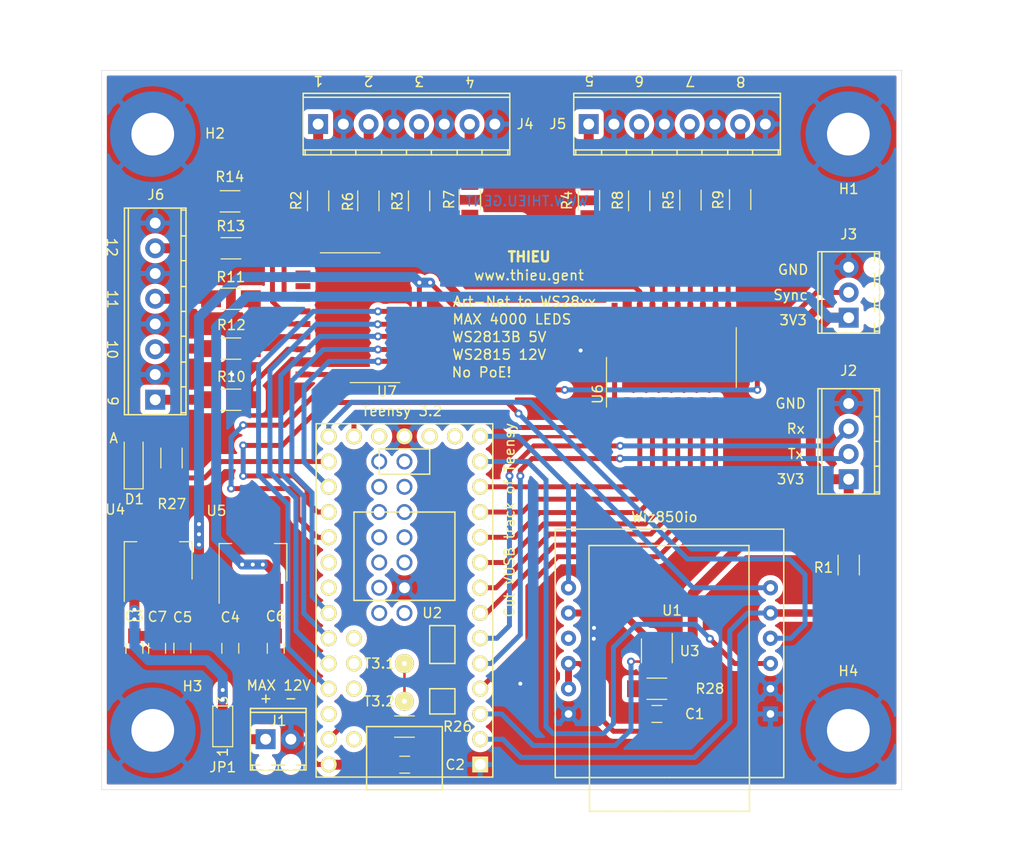
<source format=kicad_pcb>
(kicad_pcb (version 20171130) (host pcbnew "(5.1.0)-1")
  (layers (0 F.Cu signal) (31 B.Cu signal) (34 B.Paste user) (35 F.Paste user) (36 B.SilkS user) (37 F.SilkS user) (38 B.Mask user) (39 F.Mask user) (44 Edge.Cuts user))
  (net 0 "")
  (net 1 +3V3)
  (net 2 GND)
  (net 3 +5V)
  (net 4 +12V)
  (net 5 "Net-(D1-Pad2)")
  (net 6 RX)
  (net 7 TX)
  (net 8 FrameSync)
  (net 9 LED1_OUT)
  (net 10 LED2_OUT)
  (net 11 LED3_OUT)
  (net 12 LED4_OUT)
  (net 13 LED8_OUT)
  (net 14 LED7_OUT)
  (net 15 LED6_OUT)
  (net 16 LED5_OUT)
  (net 17 LED1)
  (net 18 LED2)
  (net 19 LED3)
  (net 20 LED4)
  (net 21 LED5)
  (net 22 LED6)
  (net 23 LED7)
  (net 24 LED8)
  (net 25 nSS)
  (net 26 "Net-(R26-Pad2)")
  (net 27 HAPPY)
  (net 28 MOSI)
  (net 29 SCLK)
  (net 30 MISO)
  (net 31 RESET)
  (net 32 "Net-(U2-Pad18)")
  (net 33 "Net-(U2-Pad15)")
  (net 34 "Net-(U2-Pad25)")
  (net 35 "Net-(U2-Pad26)")
  (net 36 "Net-(U2-Pad34)")
  (net 37 "Net-(U2-Pad35)")
  (net 38 "Net-(U2-Pad36)")
  (net 39 "Net-(U2-Pad37)")
  (net 40 "Net-(U2-Pad38)")
  (net 41 "Net-(U2-Pad40)")
  (net 42 "Net-(U2-Pad41)")
  (net 43 "Net-(U2-Pad42)")
  (net 44 "Net-(U2-Pad43)")
  (net 45 "Net-(U2-Pad44)")
  (net 46 "Net-(U2-Pad45)")
  (net 47 "Net-(U2-Pad46)")
  (net 48 "Net-(U2-Pad47)")
  (net 49 "Net-(U2-Pad48)")
  (net 50 "Net-(U2-Pad49)")
  (net 51 "Net-(U2-Pad51)")
  (net 52 "Net-(U2-Pad52)")
  (net 53 "Net-(U2-Pad16)")
  (net 54 "Net-(U2-Pad31)")
  (net 55 "Net-(U2-Pad50)")
  (net 56 WIZ_RESET)
  (net 57 INT)
  (net 58 "Net-(J1-Pad1)")
  (net 59 "Net-(R2-Pad2)")
  (net 60 "Net-(R3-Pad2)")
  (net 61 "Net-(R4-Pad2)")
  (net 62 "Net-(R5-Pad2)")
  (net 63 "Net-(R6-Pad2)")
  (net 64 "Net-(R7-Pad2)")
  (net 65 "Net-(R8-Pad2)")
  (net 66 "Net-(R9-Pad2)")
  (net 67 "Net-(U1-Pad9)")
  (net 68 LED9)
  (net 69 LED10)
  (net 70 LED11)
  (net 71 LED12)
  (net 72 LED12_OUT)
  (net 73 LED11_OUT)
  (net 74 LED10_OUT)
  (net 75 LED9_OUT)
  (net 76 "Net-(R10-Pad2)")
  (net 77 "Net-(R11-Pad2)")
  (net 78 "Net-(R12-Pad2)")
  (net 79 "Net-(R13-Pad2)")
  (net 80 "Net-(U7-Pad13)")
  (net 81 "Net-(U7-Pad12)")
  (net 82 "Net-(U7-Pad11)")
  (net 83 "Net-(R14-Pad2)")
  (net 84 "Net-(R14-Pad1)")
  (net 85 LED13)
  (module Housings_SOIC:SO-20_12.8x7.5mm_Pitch1.27mm (layer F.Cu) (at 127.1905 97.4725 90)
    (fp_text reference U6 (at -3.69 -7.42 90) (layer F.SilkS))
    (fp_text value 74HCT245)
    (pad 20 smd rect (at 4.75 -5.715 90) (size 1.5 0.6) (layers F.Cu F.Paste F.Mask) (net 3 +5V))
    (pad 19 smd rect (at 4.75 -4.445 90) (size 1.5 0.6) (layers F.Cu F.Paste F.Mask) (net 2 GND))
    (pad 18 smd rect (at 4.75 -3.175 90) (size 1.5 0.6) (layers F.Cu F.Paste F.Mask) (net 59 "Net-(R2-Pad2)"))
    (pad 17 smd rect (at 4.75 -1.905 90) (size 1.5 0.6) (layers F.Cu F.Paste F.Mask) (net 63 "Net-(R6-Pad2)"))
    (pad 16 smd rect (at 4.75 -0.635 90) (size 1.5 0.6) (layers F.Cu F.Paste F.Mask) (net 60 "Net-(R3-Pad2)"))
    (pad 15 smd rect (at 4.75 0.635 90) (size 1.5 0.6) (layers F.Cu F.Paste F.Mask) (net 64 "Net-(R7-Pad2)"))
    (pad 14 smd rect (at 4.75 1.905 90) (size 1.5 0.6) (layers F.Cu F.Paste F.Mask) (net 61 "Net-(R4-Pad2)"))
    (pad 13 smd rect (at 4.75 3.175 90) (size 1.5 0.6) (layers F.Cu F.Paste F.Mask) (net 65 "Net-(R8-Pad2)"))
    (pad 12 smd rect (at 4.75 4.445 90) (size 1.5 0.6) (layers F.Cu F.Paste F.Mask) (net 62 "Net-(R5-Pad2)"))
    (pad 11 smd rect (at 4.75 5.715 90) (size 1.5 0.6) (layers F.Cu F.Paste F.Mask) (net 66 "Net-(R9-Pad2)"))
    (pad 10 smd rect (at -4.75 5.715 90) (size 1.5 0.6) (layers F.Cu F.Paste F.Mask) (net 2 GND))
    (pad 9 smd rect (at -4.75 4.445 90) (size 1.5 0.6) (layers F.Cu F.Paste F.Mask) (net 24 LED8))
    (pad 8 smd rect (at -4.75 3.175 90) (size 1.5 0.6) (layers F.Cu F.Paste F.Mask) (net 23 LED7))
    (pad 7 smd rect (at -4.75 1.905 90) (size 1.5 0.6) (layers F.Cu F.Paste F.Mask) (net 22 LED6))
    (pad 1 smd rect (at -4.75 -5.715 90) (size 1.5 0.6) (layers F.Cu F.Paste F.Mask) (net 3 +5V))
    (pad 2 smd rect (at -4.75 -4.445 90) (size 1.5 0.6) (layers F.Cu F.Paste F.Mask) (net 17 LED1))
    (pad 3 smd rect (at -4.75 -3.175 90) (size 1.5 0.6) (layers F.Cu F.Paste F.Mask) (net 18 LED2))
    (pad 4 smd rect (at -4.75 -1.905 90) (size 1.5 0.6) (layers F.Cu F.Paste F.Mask) (net 19 LED3))
    (pad 5 smd rect (at -4.75 -0.635 90) (size 1.5 0.6) (layers F.Cu F.Paste F.Mask) (net 20 LED4))
    (pad 6 smd rect (at -4.75 0.635 90) (size 1.5 0.6) (layers F.Cu F.Paste F.Mask) (net 21 LED5))
  )
  (module Teensy:Teensy30_31_32_LC (layer F.Cu) (at 100.33 121.92 90)
    (fp_text reference U2 (at -1.27 2.794 180) (layer F.SilkS))
    (fp_text value Teensy3.2_NO_USB)
    (fp_text user T3.2 (at -10.16 -2.54 180) (layer F.SilkS))
    (fp_text user T3.1 (at -6.35 -2.54 180) (layer F.SilkS))
    (pad 17 thru_hole circle (at 16.51 0 90) (size 1.6 1.6) (drill 1.1) (layers *.Cu *.Mask F.SilkS) (net 2 GND))
    (pad 18 thru_hole circle (at 16.51 -2.54 90) (size 1.6 1.6) (drill 1.1) (layers *.Cu *.Mask F.SilkS) (net 32 "Net-(U2-Pad18)"))
    (pad 19 thru_hole circle (at 16.51 -5.08 90) (size 1.6 1.6) (drill 1.1) (layers *.Cu *.Mask F.SilkS) (net 17 LED1))
    (pad 20 thru_hole circle (at 16.51 -7.62 90) (size 1.6 1.6) (drill 1.1) (layers *.Cu *.Mask F.SilkS) (net 29 SCLK))
    (pad 16 thru_hole circle (at 16.51 2.54 90) (size 1.6 1.6) (drill 1.1) (layers *.Cu *.Mask F.SilkS) (net 53 "Net-(U2-Pad16)"))
    (pad 15 thru_hole circle (at 16.51 5.08 90) (size 1.6 1.6) (drill 1.1) (layers *.Cu *.Mask F.SilkS) (net 33 "Net-(U2-Pad15)"))
    (pad 14 thru_hole circle (at 16.51 7.62 90) (size 1.6 1.6) (drill 1.1) (layers *.Cu *.Mask F.SilkS) (net 30 MISO))
    (pad 21 thru_hole circle (at 13.97 -7.62 90) (size 1.6 1.6) (drill 1.1) (layers *.Cu *.Mask F.SilkS) (net 27 HAPPY))
    (pad 22 thru_hole circle (at 11.43 -7.62 90) (size 1.6 1.6) (drill 1.1) (layers *.Cu *.Mask F.SilkS) (net 68 LED9))
    (pad 23 thru_hole circle (at 8.89 -7.62 90) (size 1.6 1.6) (drill 1.1) (layers *.Cu *.Mask F.SilkS) (net 57 INT))
    (pad 24 thru_hole circle (at 6.35 -7.62 90) (size 1.6 1.6) (drill 1.1) (layers *.Cu *.Mask F.SilkS) (net 8 FrameSync))
    (pad 25 thru_hole circle (at 3.81 -7.62 90) (size 1.6 1.6) (drill 1.1) (layers *.Cu *.Mask F.SilkS) (net 34 "Net-(U2-Pad25)"))
    (pad 26 thru_hole circle (at 1.27 -7.62 90) (size 1.6 1.6) (drill 1.1) (layers *.Cu *.Mask F.SilkS) (net 35 "Net-(U2-Pad26)"))
    (pad 27 thru_hole circle (at -1.27 -7.62 90) (size 1.6 1.6) (drill 1.1) (layers *.Cu *.Mask F.SilkS) (net 69 LED10))
    (pad 28 thru_hole circle (at -3.81 -7.62 90) (size 1.6 1.6) (drill 1.1) (layers *.Cu *.Mask F.SilkS) (net 70 LED11))
    (pad 29 thru_hole circle (at -6.35 -7.62 90) (size 1.6 1.6) (drill 1.1) (layers *.Cu *.Mask F.SilkS) (net 71 LED12))
    (pad 30 thru_hole circle (at -8.89 -7.62 90) (size 1.6 1.6) (drill 1.1) (layers *.Cu *.Mask F.SilkS) (net 85 LED13))
    (pad 31 thru_hole circle (at -11.43 -7.62 90) (size 1.6 1.6) (drill 1.1) (layers *.Cu *.Mask F.SilkS) (net 54 "Net-(U2-Pad31)"))
    (pad 32 thru_hole circle (at -13.97 -7.62 90) (size 1.6 1.6) (drill 1.1) (layers *.Cu *.Mask F.SilkS) (net 26 "Net-(R26-Pad2)"))
    (pad 33 thru_hole circle (at -16.51 -7.62 90) (size 1.6 1.6) (drill 1.1) (layers *.Cu *.Mask F.SilkS) (net 3 +5V))
    (pad 34 thru_hole circle (at -13.97 -5.08 90) (size 1.6 1.6) (drill 1.1) (layers *.Cu *.Mask F.SilkS) (net 36 "Net-(U2-Pad34)"))
    (pad 35 thru_hole circle (at -8.89 -5.08 90) (size 1.6 1.6) (drill 1.1) (layers *.Cu *.Mask F.SilkS) (net 37 "Net-(U2-Pad35)"))
    (pad 36 thru_hole circle (at -6.35 -5.08 90) (size 1.6 1.6) (drill 1.1) (layers *.Cu *.Mask F.SilkS) (net 38 "Net-(U2-Pad36)"))
    (pad 37 thru_hole circle (at -3.81 -5.08 90) (size 1.6 1.6) (drill 1.1) (layers *.Cu *.Mask F.SilkS) (net 39 "Net-(U2-Pad37)"))
    (pad 13 thru_hole circle (at 13.97 7.62 90) (size 1.6 1.6) (drill 1.1) (layers *.Cu *.Mask F.SilkS) (net 28 MOSI))
    (pad 12 thru_hole circle (at 11.43 7.62 90) (size 1.6 1.6) (drill 1.1) (layers *.Cu *.Mask F.SilkS) (net 18 LED2))
    (pad 11 thru_hole circle (at 8.89 7.62 90) (size 1.6 1.6) (drill 1.1) (layers *.Cu *.Mask F.SilkS) (net 19 LED3))
    (pad 10 thru_hole circle (at 6.35 7.62 90) (size 1.6 1.6) (drill 1.1) (layers *.Cu *.Mask F.SilkS) (net 20 LED4))
    (pad 9 thru_hole circle (at 3.81 7.62 90) (size 1.6 1.6) (drill 1.1) (layers *.Cu *.Mask F.SilkS) (net 21 LED5))
    (pad 8 thru_hole circle (at 1.27 7.62 90) (size 1.6 1.6) (drill 1.1) (layers *.Cu *.Mask F.SilkS) (net 22 LED6))
    (pad 7 thru_hole circle (at -1.27 7.62 90) (size 1.6 1.6) (drill 1.1) (layers *.Cu *.Mask F.SilkS) (net 23 LED7))
    (pad 6 thru_hole circle (at -3.81 7.62 90) (size 1.6 1.6) (drill 1.1) (layers *.Cu *.Mask F.SilkS) (net 6 RX))
    (pad 5 thru_hole circle (at -6.35 7.62 90) (size 1.6 1.6) (drill 1.1) (layers *.Cu *.Mask F.SilkS) (net 7 TX))
    (pad 4 thru_hole circle (at -8.89 7.62 90) (size 1.6 1.6) (drill 1.1) (layers *.Cu *.Mask F.SilkS) (net 24 LED8))
    (pad 3 thru_hole circle (at -11.43 7.62 90) (size 1.6 1.6) (drill 1.1) (layers *.Cu *.Mask F.SilkS) (net 56 WIZ_RESET))
    (pad 2 thru_hole circle (at -13.97 7.62 90) (size 1.6 1.6) (drill 1.1) (layers *.Cu *.Mask F.SilkS) (net 25 nSS))
    (pad 1 thru_hole rect (at -16.51 7.62 90) (size 1.6 1.6) (drill 1.1) (layers *.Cu *.Mask F.SilkS) (net 2 GND))
    (pad 38 thru_hole circle (at -1.27 0 90) (size 1.6 1.6) (drill 1.1) (layers *.Cu *.Mask) (net 40 "Net-(U2-Pad38)"))
    (pad 39 thru_hole circle (at 1.27 0 90) (size 1.6 1.6) (drill 1.1) (layers *.Cu *.Mask) (net 2 GND))
    (pad 40 thru_hole circle (at 3.81 0 90) (size 1.6 1.6) (drill 1.1) (layers *.Cu *.Mask) (net 41 "Net-(U2-Pad40)"))
    (pad 41 thru_hole circle (at 6.35 0 90) (size 1.6 1.6) (drill 1.1) (layers *.Cu *.Mask) (net 42 "Net-(U2-Pad41)"))
    (pad 42 thru_hole circle (at 8.89 0 90) (size 1.6 1.6) (drill 1.1) (layers *.Cu *.Mask) (net 43 "Net-(U2-Pad42)"))
    (pad 43 thru_hole circle (at 11.43 0 90) (size 1.6 1.6) (drill 1.1) (layers *.Cu *.Mask) (net 44 "Net-(U2-Pad43)"))
    (pad 44 thru_hole circle (at 13.97 0 90) (size 1.6 1.6) (drill 1.1) (layers *.Cu *.Mask) (net 45 "Net-(U2-Pad44)"))
    (pad 45 thru_hole circle (at 13.97 -2.54 90) (size 1.6 1.6) (drill 1.1) (layers *.Cu *.Mask) (net 46 "Net-(U2-Pad45)"))
    (pad 46 thru_hole circle (at 11.43 -2.54 90) (size 1.6 1.6) (drill 1.1) (layers *.Cu *.Mask) (net 47 "Net-(U2-Pad46)"))
    (pad 47 thru_hole circle (at 8.89 -2.54 90) (size 1.6 1.6) (drill 1.1) (layers *.Cu *.Mask) (net 48 "Net-(U2-Pad47)"))
    (pad 48 thru_hole circle (at 6.35 -2.54 90) (size 1.6 1.6) (drill 1.1) (layers *.Cu *.Mask) (net 49 "Net-(U2-Pad48)"))
    (pad 49 thru_hole circle (at 3.81 -2.54 90) (size 1.6 1.6) (drill 1.1) (layers *.Cu *.Mask) (net 50 "Net-(U2-Pad49)"))
    (pad 50 thru_hole circle (at 1.27 -2.54 90) (size 1.6 1.6) (drill 1.1) (layers *.Cu *.Mask) (net 55 "Net-(U2-Pad50)"))
    (pad 51 thru_hole circle (at -1.27 -2.54 90) (size 1.6 1.6) (drill 1.1) (layers *.Cu *.Mask) (net 51 "Net-(U2-Pad51)"))
    (pad 52 thru_hole circle (at -6.35 0 90) (size 1.9 1.9) (drill 0.5) (layers *.Cu *.Mask F.SilkS) (net 52 "Net-(U2-Pad52)"))
    (pad 52 thru_hole circle (at -10.16 0 90) (size 1.9 1.9) (drill 0.5) (layers *.Cu *.Mask F.SilkS) (net 52 "Net-(U2-Pad52)"))
  )
  (module LEDs:LED_1206_HandSoldering (layer F.Cu) (at 73.0758 107.5944 90)
    (fp_text reference D1 (at -4.1402 0.0762 180) (layer F.SilkS))
    (fp_text value LED)
    (pad 2 smd rect (at 2 0 90) (size 2 1.7) (layers F.Cu F.Paste F.Mask) (net 5 "Net-(D1-Pad2)"))
    (pad 1 smd rect (at -2 0 90) (size 2 1.7) (layers F.Cu F.Paste F.Mask) (net 2 GND))
  )
  (module TerminalBlocks_Phoenix:TerminalBlock_Phoenix_MPT-2.54mm_2pol (layer F.Cu) (at 86.36 135.89)
    (fp_text reference J1 (at 1.2446 -1.8542) (layer F.SilkS))
    (fp_text value Conn_01x02_Female)
    (pad "" np_thru_hole circle (at 2.54 2.54) (size 1.1 1.1) (drill 1.1) (layers *.Cu *.Mask))
    (pad "" np_thru_hole circle (at 0 2.54) (size 1.1 1.1) (drill 1.1) (layers *.Cu *.Mask))
    (pad 1 thru_hole rect (at 0 0) (size 1.99898 1.99898) (drill 1.09728) (layers *.Cu *.Mask) (net 58 "Net-(J1-Pad1)"))
    (pad 2 thru_hole oval (at 2.54 0) (size 1.99898 1.99898) (drill 1.09728) (layers *.Cu *.Mask) (net 2 GND))
  )
  (module TerminalBlocks_Phoenix:TerminalBlock_Phoenix_MPT-2.54mm_4pol (layer F.Cu) (at 145.034 109.728 90)
    (fp_text reference J2 (at 10.922 0 180) (layer F.SilkS))
    (fp_text value Conn_01x04_Female)
    (pad 3 thru_hole oval (at 5.08 0 270) (size 1.99898 1.99898) (drill 1.09728) (layers *.Cu *.Mask) (net 6 RX))
    (pad 2 thru_hole oval (at 2.54 0 270) (size 1.99898 1.99898) (drill 1.09728) (layers *.Cu *.Mask) (net 7 TX))
    (pad 1 thru_hole rect (at 0 0 270) (size 1.99898 1.99898) (drill 1.09728) (layers *.Cu *.Mask) (net 1 +3V3))
    (pad 4 thru_hole oval (at 7.62 0 270) (size 1.99898 1.99898) (drill 1.09728) (layers *.Cu *.Mask) (net 2 GND))
  )
  (module TerminalBlocks_Phoenix:TerminalBlock_Phoenix_MPT-2.54mm_3pol (layer F.Cu) (at 145.034 93.472 90)
    (fp_text reference J3 (at 8.382 0 180) (layer F.SilkS))
    (fp_text value Conn_01x03_Male)
    (pad "" np_thru_hole circle (at 5.08 2.54 90) (size 1.1 1.1) (drill 1.1) (layers *.Cu *.Mask))
    (pad "" np_thru_hole circle (at 2.54 2.54 90) (size 1.1 1.1) (drill 1.1) (layers *.Cu *.Mask))
    (pad "" np_thru_hole circle (at 0 2.54 90) (size 1.1 1.1) (drill 1.1) (layers *.Cu *.Mask))
    (pad 2 thru_hole oval (at 2.54 0 90) (size 1.99898 1.99898) (drill 1.09728) (layers *.Cu *.Mask) (net 8 FrameSync))
    (pad 1 thru_hole rect (at 0 0 90) (size 1.99898 1.99898) (drill 1.09728) (layers *.Cu *.Mask) (net 1 +3V3))
    (pad 3 thru_hole oval (at 5.08 0 90) (size 1.99898 1.99898) (drill 1.09728) (layers *.Cu *.Mask) (net 2 GND))
  )
  (module TerminalBlocks_Phoenix:TerminalBlock_Phoenix_MPT-2.54mm_8pol (layer F.Cu) (at 91.6432 73.9902)
    (fp_text reference J4 (at 20.828 0) (layer F.SilkS))
    (fp_text value Conn_01x08_Male)
    (pad 4 thru_hole oval (at 7.62 0 180) (size 1.99898 1.99898) (drill 1.09728) (layers *.Cu *.Mask) (net 2 GND))
    (pad 1 thru_hole rect (at 0 0 180) (size 1.99898 1.99898) (drill 1.09728) (layers *.Cu *.Mask) (net 9 LED1_OUT))
    (pad 2 thru_hole oval (at 2.54 0 180) (size 1.99898 1.99898) (drill 1.09728) (layers *.Cu *.Mask) (net 2 GND))
    (pad 3 thru_hole oval (at 5.08 0 180) (size 1.99898 1.99898) (drill 1.09728) (layers *.Cu *.Mask) (net 10 LED2_OUT))
    (pad 5 thru_hole oval (at 10.16 0 180) (size 1.99898 1.99898) (drill 1.09728) (layers *.Cu *.Mask) (net 11 LED3_OUT))
    (pad 6 thru_hole oval (at 12.7 0 180) (size 1.99898 1.99898) (drill 1.09728) (layers *.Cu *.Mask) (net 2 GND))
    (pad 7 thru_hole oval (at 15.24 0 180) (size 1.99898 1.99898) (drill 1.09728) (layers *.Cu *.Mask) (net 12 LED4_OUT))
    (pad 8 thru_hole oval (at 17.78 0 180) (size 1.99898 1.99898) (drill 1.09728) (layers *.Cu *.Mask) (net 2 GND))
  )
  (module TerminalBlocks_Phoenix:TerminalBlock_Phoenix_MPT-2.54mm_8pol (layer F.Cu) (at 118.872 73.9902)
    (fp_text reference J5 (at -3.1115 -0.0127) (layer F.SilkS))
    (fp_text value Conn_01x08_Male)
    (pad 8 thru_hole oval (at 17.78 0 180) (size 1.99898 1.99898) (drill 1.09728) (layers *.Cu *.Mask) (net 2 GND))
    (pad 7 thru_hole oval (at 15.24 0 180) (size 1.99898 1.99898) (drill 1.09728) (layers *.Cu *.Mask) (net 13 LED8_OUT))
    (pad 6 thru_hole oval (at 12.7 0 180) (size 1.99898 1.99898) (drill 1.09728) (layers *.Cu *.Mask) (net 2 GND))
    (pad 5 thru_hole oval (at 10.16 0 180) (size 1.99898 1.99898) (drill 1.09728) (layers *.Cu *.Mask) (net 14 LED7_OUT))
    (pad 3 thru_hole oval (at 5.08 0 180) (size 1.99898 1.99898) (drill 1.09728) (layers *.Cu *.Mask) (net 15 LED6_OUT))
    (pad 2 thru_hole oval (at 2.54 0 180) (size 1.99898 1.99898) (drill 1.09728) (layers *.Cu *.Mask) (net 2 GND))
    (pad 1 thru_hole rect (at 0 0 180) (size 1.99898 1.99898) (drill 1.09728) (layers *.Cu *.Mask) (net 16 LED5_OUT))
    (pad 4 thru_hole oval (at 7.62 0 180) (size 1.99898 1.99898) (drill 1.09728) (layers *.Cu *.Mask) (net 2 GND))
  )
  (module Teensy:SolderJumper-3_P1.3mm_Bridged12_Pad1.0x1.5mm_NumberLabels (layer F.Cu) (at 82.042 134.5946 90)
    (fp_text reference JP1 (at -4.1148 0 180) (layer F.SilkS))
    (fp_text value SolderJumper_3_Bridged12)
    (fp_text user 3 (at 2.6 0 90) (layer F.SilkS))
    (fp_text user 1 (at -2.6 0 90) (layer F.SilkS))
    (fp_poly (pts (xy -0.9 -0.3) (xy -0.4 -0.3) (xy -0.4 0.3) (xy -0.9 0.3)) (layer F.Cu) (width 0))
    (pad 1 smd rect (at -1.3 0 90) (size 1 1.5) (layers F.Cu F.Mask) (net 58 "Net-(J1-Pad1)"))
    (pad 3 smd rect (at 1.3 0 90) (size 1 1.5) (layers F.Cu F.Mask) (net 4 +12V))
    (pad 2 smd rect (at 0 0 90) (size 1 1.5) (layers F.Cu F.Mask) (net 3 +5V))
  )
  (module Resistors_SMD:R_1206_HandSoldering (layer F.Cu) (at 145.034 118.364 90)
    (fp_text reference R1 (at -0.254 -2.54 180) (layer F.SilkS))
    (fp_text value 10k)
    (pad 1 smd rect (at -2 0 90) (size 2 1.7) (layers F.Cu F.Paste F.Mask) (net 25 nSS))
    (pad 2 smd rect (at 2 0 90) (size 2 1.7) (layers F.Cu F.Paste F.Mask) (net 1 +3V3))
  )
  (module Resistors_SMD:R_1206_HandSoldering (layer F.Cu) (at 100.33 134.62 180)
    (fp_text reference R26 (at -5.334 0 180) (layer F.SilkS))
    (fp_text value 0R)
    (pad 1 smd rect (at -2 0 180) (size 2 1.7) (layers F.Cu F.Paste F.Mask) (net 2 GND))
    (pad 2 smd rect (at 2 0 180) (size 2 1.7) (layers F.Cu F.Paste F.Mask) (net 26 "Net-(R26-Pad2)"))
  )
  (module Resistors_SMD:R_1206_HandSoldering (layer F.Cu) (at 125.73 130.81)
    (fp_text reference R28 (at 5.334 0) (layer F.SilkS))
    (fp_text value 10k)
    (pad 1 smd rect (at -2 0) (size 2 1.7) (layers F.Cu F.Paste F.Mask) (net 56 WIZ_RESET))
    (pad 2 smd rect (at 2 0) (size 2 1.7) (layers F.Cu F.Paste F.Mask) (net 1 +3V3))
  )
  (module Teensy:WIZ850io (layer F.Cu) (at 127 133.35 180)
    (fp_text reference U1 (at -0.254 10.414 180) (layer F.SilkS))
    (fp_text value WIZ850io)
    (pad 1 thru_hole rect (at -10.16 0 180) (size 1.524 1.524) (drill 0.762) (layers *.Cu *.Mask) (net 2 GND))
    (pad 2 thru_hole circle (at -10.16 2.54 180) (size 1.524 1.524) (drill 0.762) (layers *.Cu *.Mask) (net 2 GND))
    (pad 3 thru_hole circle (at -10.16 5.08 180) (size 1.524 1.524) (drill 0.762) (layers *.Cu *.Mask) (net 28 MOSI))
    (pad 4 thru_hole circle (at -10.16 7.62 180) (size 1.524 1.524) (drill 0.762) (layers *.Cu *.Mask) (net 29 SCLK))
    (pad 5 thru_hole circle (at -10.16 10.16 180) (size 1.524 1.524) (drill 0.762) (layers *.Cu *.Mask) (net 25 nSS))
    (pad 6 thru_hole circle (at -10.16 12.7 180) (size 1.524 1.524) (drill 0.762) (layers *.Cu *.Mask) (net 57 INT))
    (pad 7 thru_hole circle (at 10.16 12.7 180) (size 1.524 1.524) (drill 0.762) (layers *.Cu *.Mask) (net 30 MISO))
    (pad 8 thru_hole circle (at 10.16 10.16 180) (size 1.524 1.524) (drill 0.762) (layers *.Cu *.Mask) (net 31 RESET))
    (pad 9 thru_hole circle (at 10.16 7.62 180) (size 1.524 1.524) (drill 0.762) (layers *.Cu *.Mask) (net 67 "Net-(U1-Pad9)"))
    (pad 10 thru_hole circle (at 10.16 5.08 180) (size 1.524 1.524) (drill 0.762) (layers *.Cu *.Mask) (net 1 +3V3))
    (pad 11 thru_hole circle (at 10.16 2.54 180) (size 1.524 1.524) (drill 0.762) (layers *.Cu *.Mask) (net 1 +3V3))
    (pad 12 thru_hole circle (at 10.16 0 180) (size 1.524 1.524) (drill 0.762) (layers *.Cu *.Mask) (net 2 GND))
  )
  (module TO_SOT_Packages_SMD:SOT-143 (layer F.Cu) (at 125.73 127 270)
    (fp_text reference U3 (at 0.02 -3.302) (layer F.SilkS))
    (fp_text value CAT811TTBI-GT3)
    (pad 4 smd rect (at 1.1 -0.95 180) (size 1 1.4) (layers F.Cu F.Paste F.Mask) (net 1 +3V3))
    (pad 3 smd rect (at 1.1 0.95 180) (size 1 1.4) (layers F.Cu F.Paste F.Mask) (net 56 WIZ_RESET))
    (pad 2 smd rect (at -1.1 0.95 180) (size 1 1.4) (layers F.Cu F.Paste F.Mask) (net 31 RESET))
    (pad 1 smd rect (at -1.1 -0.77 180) (size 1.2 1.4) (layers F.Cu F.Paste F.Mask) (net 2 GND))
  )
  (module Capacitors_SMD:C_0805_HandSoldering (layer F.Cu) (at 75.438 126.746 270)
    (fp_text reference C7 (at -3.175 -0.0254) (layer F.SilkS))
    (fp_text value 10uF)
    (pad 2 smd rect (at 1.25 0 270) (size 1.5 1.25) (layers F.Cu F.Paste F.Mask) (net 2 GND))
    (pad 1 smd rect (at -1.25 0 270) (size 1.5 1.25) (layers F.Cu F.Paste F.Mask) (net 4 +12V))
  )
  (module Mounting_Holes:MountingHole_4.3mm_M4_Pad (layer F.Cu) (at 145 75)
    (fp_text reference H1 (at 0.034 5.518) (layer F.SilkS))
    (fp_text value MountingHole_Pad)
    (pad 1 thru_hole circle (at 0 0) (size 8.6 8.6) (drill 4.3) (layers *.Cu *.Mask) (net 2 GND))
  )
  (module Mounting_Holes:MountingHole_4.3mm_M4_Pad (layer F.Cu) (at 75 75)
    (fp_text reference H2 (at 6.2546 -0.07) (layer F.SilkS))
    (fp_text value MountingHole_Pad)
    (pad 1 thru_hole circle (at 0 0) (size 8.6 8.6) (drill 4.3) (layers *.Cu *.Mask) (net 2 GND))
  )
  (module Mounting_Holes:MountingHole_4.3mm_M4_Pad (layer F.Cu) (at 75 135)
    (fp_text reference H3 (at 3.994 -4.444) (layer F.SilkS))
    (fp_text value MountingHole_Pad)
    (pad 1 thru_hole circle (at 0 0) (size 8.6 8.6) (drill 4.3) (layers *.Cu *.Mask) (net 2 GND))
  )
  (module Mounting_Holes:MountingHole_4.3mm_M4_Pad (layer F.Cu) (at 145 135)
    (fp_text reference H4 (at 0 -5.968) (layer F.SilkS))
    (fp_text value MountingHole_Pad)
    (pad 1 thru_hole circle (at 0 0) (size 8.6 8.6) (drill 4.3) (layers *.Cu *.Mask) (net 2 GND))
  )
  (module Capacitors_SMD:C_0805_HandSoldering (layer F.Cu) (at 125.73 133.35 180)
    (fp_text reference C1 (at -3.81 0 180) (layer F.SilkS))
    (fp_text value 100nF)
    (pad 1 smd rect (at -1.25 0 180) (size 1.5 1.25) (layers F.Cu F.Paste F.Mask) (net 1 +3V3))
    (pad 2 smd rect (at 1.25 0 180) (size 1.5 1.25) (layers F.Cu F.Paste F.Mask) (net 2 GND))
  )
  (module Capacitors_SMD:C_0805_HandSoldering (layer F.Cu) (at 100.3554 138.4554)
    (fp_text reference C2 (at 5.08 0) (layer F.SilkS))
    (fp_text value 1uF)
    (pad 2 smd rect (at 1.25 0) (size 1.5 1.25) (layers F.Cu F.Paste F.Mask) (net 2 GND))
    (pad 1 smd rect (at -1.25 0) (size 1.5 1.25) (layers F.Cu F.Paste F.Mask) (net 3 +5V))
  )
  (module Capacitors_SMD:C_0805_HandSoldering (layer F.Cu) (at 73.152 126.746 270)
    (fp_text reference C3 (at -3.2258 0.0254) (layer F.SilkS))
    (fp_text value 100nF)
    (pad 1 smd rect (at -1.25 0 270) (size 1.5 1.25) (layers F.Cu F.Paste F.Mask) (net 4 +12V))
    (pad 2 smd rect (at 1.25 0 270) (size 1.5 1.25) (layers F.Cu F.Paste F.Mask) (net 2 GND))
  )
  (module Capacitors_SMD:C_0805_HandSoldering (layer F.Cu) (at 82.804 126.746 270)
    (fp_text reference C4 (at -3.1242 0) (layer F.SilkS))
    (fp_text value 100nF)
    (pad 1 smd rect (at -1.25 0 270) (size 1.5 1.25) (layers F.Cu F.Paste F.Mask) (net 3 +5V))
    (pad 2 smd rect (at 1.25 0 270) (size 1.5 1.25) (layers F.Cu F.Paste F.Mask) (net 2 GND))
  )
  (module Capacitors_SMD:C_0805_HandSoldering (layer F.Cu) (at 77.978 126.726 270)
    (fp_text reference C5 (at -3.1042 -0.0254) (layer F.SilkS))
    (fp_text value 10uF)
    (pad 2 smd rect (at 1.25 0 270) (size 1.5 1.25) (layers F.Cu F.Paste F.Mask) (net 2 GND))
    (pad 1 smd rect (at -1.25 0 270) (size 1.5 1.25) (layers F.Cu F.Paste F.Mask) (net 3 +5V))
  )
  (module Capacitors_SMD:C_0805_HandSoldering (layer F.Cu) (at 87.376 126.746 270)
    (fp_text reference C6 (at -3.2258 0.0254) (layer F.SilkS))
    (fp_text value 10uF)
    (pad 2 smd rect (at 1.25 0 270) (size 1.5 1.25) (layers F.Cu F.Paste F.Mask) (net 2 GND))
    (pad 1 smd rect (at -1.25 0 270) (size 1.5 1.25) (layers F.Cu F.Paste F.Mask) (net 1 +3V3))
  )
  (module Resistors_SMD:R_1206_HandSoldering (layer F.Cu) (at 91.6432 81.7118 270)
    (fp_text reference R2 (at -0.0254 2.2098 270) (layer F.SilkS))
    (fp_text value 100R)
    (pad 2 smd rect (at 2 0 270) (size 2 1.7) (layers F.Cu F.Paste F.Mask) (net 59 "Net-(R2-Pad2)"))
    (pad 1 smd rect (at -2 0 270) (size 2 1.7) (layers F.Cu F.Paste F.Mask) (net 9 LED1_OUT))
  )
  (module Resistors_SMD:R_1206_HandSoldering (layer F.Cu) (at 101.8032 81.7118 270)
    (fp_text reference R3 (at 0.0254 2.1844 270) (layer F.SilkS))
    (fp_text value 100R)
    (pad 2 smd rect (at 2 0 270) (size 2 1.7) (layers F.Cu F.Paste F.Mask) (net 60 "Net-(R3-Pad2)"))
    (pad 1 smd rect (at -2 0 270) (size 2 1.7) (layers F.Cu F.Paste F.Mask) (net 11 LED3_OUT))
  )
  (module Resistors_SMD:R_1206_HandSoldering (layer F.Cu) (at 118.8974 81.661 270)
    (fp_text reference R4 (at 0 2.2098 270) (layer F.SilkS))
    (fp_text value 100R)
    (pad 1 smd rect (at -2 0 270) (size 2 1.7) (layers F.Cu F.Paste F.Mask) (net 16 LED5_OUT))
    (pad 2 smd rect (at 2 0 270) (size 2 1.7) (layers F.Cu F.Paste F.Mask) (net 61 "Net-(R4-Pad2)"))
  )
  (module Resistors_SMD:R_1206_HandSoldering (layer F.Cu) (at 129.1082 81.6356 270)
    (fp_text reference R5 (at 0 2.2098 270) (layer F.SilkS))
    (fp_text value 100R)
    (pad 2 smd rect (at 2 0 270) (size 2 1.7) (layers F.Cu F.Paste F.Mask) (net 62 "Net-(R5-Pad2)"))
    (pad 1 smd rect (at -2 0 270) (size 2 1.7) (layers F.Cu F.Paste F.Mask) (net 14 LED7_OUT))
  )
  (module Resistors_SMD:R_1206_HandSoldering (layer F.Cu) (at 96.6978 81.7118 270)
    (fp_text reference R6 (at 0.0762 2.0574 270) (layer F.SilkS))
    (fp_text value 100R)
    (pad 1 smd rect (at -2 0 270) (size 2 1.7) (layers F.Cu F.Paste F.Mask) (net 10 LED2_OUT))
    (pad 2 smd rect (at 2 0 270) (size 2 1.7) (layers F.Cu F.Paste F.Mask) (net 63 "Net-(R6-Pad2)"))
  )
  (module Resistors_SMD:R_1206_HandSoldering (layer F.Cu) (at 106.9086 81.6102 270)
    (fp_text reference R7 (at -0.0254 2.0828 270) (layer F.SilkS))
    (fp_text value 100R)
    (pad 2 smd rect (at 2 0 270) (size 2 1.7) (layers F.Cu F.Paste F.Mask) (net 64 "Net-(R7-Pad2)"))
    (pad 1 smd rect (at -2 0 270) (size 2 1.7) (layers F.Cu F.Paste F.Mask) (net 12 LED4_OUT))
  )
  (module Resistors_SMD:R_1206_HandSoldering (layer F.Cu) (at 123.952 81.7118 270)
    (fp_text reference R8 (at -0.0508 2.159 270) (layer F.SilkS))
    (fp_text value 100R)
    (pad 1 smd rect (at -2 0 270) (size 2 1.7) (layers F.Cu F.Paste F.Mask) (net 15 LED6_OUT))
    (pad 2 smd rect (at 2 0 270) (size 2 1.7) (layers F.Cu F.Paste F.Mask) (net 65 "Net-(R8-Pad2)"))
  )
  (module Resistors_SMD:R_1206_HandSoldering (layer F.Cu) (at 134.112 81.5848 270)
    (fp_text reference R9 (at 0.0254 2.2098 270) (layer F.SilkS))
    (fp_text value 100R)
    (pad 1 smd rect (at -2 0 270) (size 2 1.7) (layers F.Cu F.Paste F.Mask) (net 13 LED8_OUT))
    (pad 2 smd rect (at 2 0 270) (size 2 1.7) (layers F.Cu F.Paste F.Mask) (net 66 "Net-(R9-Pad2)"))
  )
  (module TO_SOT_Packages_SMD:SOT-223-3_TabPin2 (layer F.Cu) (at 75.545001 117.925001 90)
    (fp_text reference U4 (at 5.149001 -4.323401 180) (layer F.SilkS))
    (fp_text value LM2937xMP)
    (pad 2 smd rect (at 3.15 0 90) (size 2 3.8) (layers F.Cu F.Paste F.Mask) (net 2 GND))
    (pad 2 smd rect (at -3.15 0 90) (size 2 1.5) (layers F.Cu F.Paste F.Mask) (net 2 GND))
    (pad 3 smd rect (at -3.15 2.3 90) (size 2 1.5) (layers F.Cu F.Paste F.Mask) (net 3 +5V))
    (pad 1 smd rect (at -3.15 -2.3 90) (size 2 1.5) (layers F.Cu F.Paste F.Mask) (net 4 +12V))
  )
  (module TO_SOT_Packages_SMD:SOT-223-3_TabPin2 (layer F.Cu) (at 85.09 118.11 90)
    (fp_text reference U5 (at 5.207 -3.683 180) (layer F.SilkS))
    (fp_text value LM2937xMP)
    (pad 1 smd rect (at -3.15 -2.3 90) (size 2 1.5) (layers F.Cu F.Paste F.Mask) (net 3 +5V))
    (pad 3 smd rect (at -3.15 2.3 90) (size 2 1.5) (layers F.Cu F.Paste F.Mask) (net 1 +3V3))
    (pad 2 smd rect (at -3.15 0 90) (size 2 1.5) (layers F.Cu F.Paste F.Mask) (net 2 GND))
    (pad 2 smd rect (at 3.15 0 90) (size 2 3.8) (layers F.Cu F.Paste F.Mask) (net 2 GND))
  )
  (module Resistors_SMD:R_1206_HandSoldering (layer F.Cu) (at 76.8858 107.5944 90)
    (fp_text reference R27 (at -4.6228 0.0254 180) (layer F.SilkS))
    (fp_text value 120R)
    (pad 2 smd rect (at 2 0 90) (size 2 1.7) (layers F.Cu F.Paste F.Mask) (net 5 "Net-(D1-Pad2)"))
    (pad 1 smd rect (at -2 0 90) (size 2 1.7) (layers F.Cu F.Paste F.Mask) (net 27 HAPPY))
  )
  (module TerminalBlocks_Phoenix:TerminalBlock_Phoenix_MPT-2.54mm_8pol (layer F.Cu) (at 75.2475 101.727 90)
    (fp_text reference J6 (at 20.6248 0.0635 180) (layer F.SilkS))
    (fp_text value Conn_01x08_Male)
    (pad 8 thru_hole oval (at 17.78 0 270) (size 1.99898 1.99898) (drill 1.09728) (layers *.Cu *.Mask) (net 2 GND))
    (pad 7 thru_hole oval (at 15.24 0 270) (size 1.99898 1.99898) (drill 1.09728) (layers *.Cu *.Mask) (net 72 LED12_OUT))
    (pad 6 thru_hole oval (at 12.7 0 270) (size 1.99898 1.99898) (drill 1.09728) (layers *.Cu *.Mask) (net 2 GND))
    (pad 5 thru_hole oval (at 10.16 0 270) (size 1.99898 1.99898) (drill 1.09728) (layers *.Cu *.Mask) (net 73 LED11_OUT))
    (pad 3 thru_hole oval (at 5.08 0 270) (size 1.99898 1.99898) (drill 1.09728) (layers *.Cu *.Mask) (net 74 LED10_OUT))
    (pad 2 thru_hole oval (at 2.54 0 270) (size 1.99898 1.99898) (drill 1.09728) (layers *.Cu *.Mask) (net 2 GND))
    (pad 1 thru_hole rect (at 0 0 270) (size 1.99898 1.99898) (drill 1.09728) (layers *.Cu *.Mask) (net 75 LED9_OUT))
    (pad 4 thru_hole oval (at 7.62 0 270) (size 1.99898 1.99898) (drill 1.09728) (layers *.Cu *.Mask) (net 2 GND))
  )
  (module Resistors_SMD:R_1206_HandSoldering (layer F.Cu) (at 82.8675 101.727)
    (fp_text reference R10 (at 0.0381 -2.3114) (layer F.SilkS))
    (fp_text value 100R)
    (pad 2 smd rect (at 2 0) (size 2 1.7) (layers F.Cu F.Paste F.Mask) (net 76 "Net-(R10-Pad2)"))
    (pad 1 smd rect (at -2 0) (size 2 1.7) (layers F.Cu F.Paste F.Mask) (net 75 LED9_OUT))
  )
  (module Resistors_SMD:R_1206_HandSoldering (layer F.Cu) (at 82.8675 91.567)
    (fp_text reference R11 (at -0.0127 -2.1844) (layer F.SilkS))
    (fp_text value 100R)
    (pad 2 smd rect (at 2 0) (size 2 1.7) (layers F.Cu F.Paste F.Mask) (net 77 "Net-(R11-Pad2)"))
    (pad 1 smd rect (at -2 0) (size 2 1.7) (layers F.Cu F.Paste F.Mask) (net 73 LED11_OUT))
  )
  (module Resistors_SMD:R_1206_HandSoldering (layer F.Cu) (at 82.8675 96.5835)
    (fp_text reference R12 (at 0.0381 -2.3749) (layer F.SilkS))
    (fp_text value 100R)
    (pad 1 smd rect (at -2 0) (size 2 1.7) (layers F.Cu F.Paste F.Mask) (net 74 LED10_OUT))
    (pad 2 smd rect (at 2 0) (size 2 1.7) (layers F.Cu F.Paste F.Mask) (net 78 "Net-(R12-Pad2)"))
  )
  (module Resistors_SMD:R_1206_HandSoldering (layer F.Cu) (at 82.8675 86.487)
    (fp_text reference R13 (at -0.0127 -2.2352) (layer F.SilkS))
    (fp_text value 100R)
    (pad 1 smd rect (at -2 0) (size 2 1.7) (layers F.Cu F.Paste F.Mask) (net 72 LED12_OUT))
    (pad 2 smd rect (at 2 0) (size 2 1.7) (layers F.Cu F.Paste F.Mask) (net 79 "Net-(R13-Pad2)"))
  )
  (module Housings_SOIC:SO-20_12.8x7.5mm_Pitch1.27mm (layer F.Cu) (at 94.869 93.472 180)
    (fp_text reference U7 (at -3.69 -7.42 180) (layer F.SilkS))
    (fp_text value 74HCT245)
    (pad 20 smd rect (at 4.75 -5.715 180) (size 1.5 0.6) (layers F.Cu F.Paste F.Mask) (net 3 +5V))
    (pad 19 smd rect (at 4.75 -4.445 180) (size 1.5 0.6) (layers F.Cu F.Paste F.Mask) (net 2 GND))
    (pad 18 smd rect (at 4.75 -3.175 180) (size 1.5 0.6) (layers F.Cu F.Paste F.Mask) (net 76 "Net-(R10-Pad2)"))
    (pad 17 smd rect (at 4.75 -1.905 180) (size 1.5 0.6) (layers F.Cu F.Paste F.Mask) (net 78 "Net-(R12-Pad2)"))
    (pad 16 smd rect (at 4.75 -0.635 180) (size 1.5 0.6) (layers F.Cu F.Paste F.Mask) (net 77 "Net-(R11-Pad2)"))
    (pad 15 smd rect (at 4.75 0.635 180) (size 1.5 0.6) (layers F.Cu F.Paste F.Mask) (net 79 "Net-(R13-Pad2)"))
    (pad 14 smd rect (at 4.75 1.905 180) (size 1.5 0.6) (layers F.Cu F.Paste F.Mask) (net 83 "Net-(R14-Pad2)"))
    (pad 13 smd rect (at 4.75 3.175 180) (size 1.5 0.6) (layers F.Cu F.Paste F.Mask) (net 80 "Net-(U7-Pad13)"))
    (pad 12 smd rect (at 4.75 4.445 180) (size 1.5 0.6) (layers F.Cu F.Paste F.Mask) (net 81 "Net-(U7-Pad12)"))
    (pad 11 smd rect (at 4.75 5.715 180) (size 1.5 0.6) (layers F.Cu F.Paste F.Mask) (net 82 "Net-(U7-Pad11)"))
    (pad 10 smd rect (at -4.75 5.715 180) (size 1.5 0.6) (layers F.Cu F.Paste F.Mask) (net 2 GND))
    (pad 9 smd rect (at -4.75 4.445 180) (size 1.5 0.6) (layers F.Cu F.Paste F.Mask) (net 2 GND))
    (pad 8 smd rect (at -4.75 3.175 180) (size 1.5 0.6) (layers F.Cu F.Paste F.Mask) (net 2 GND))
    (pad 7 smd rect (at -4.75 1.905 180) (size 1.5 0.6) (layers F.Cu F.Paste F.Mask) (net 2 GND))
    (pad 1 smd rect (at -4.75 -5.715 180) (size 1.5 0.6) (layers F.Cu F.Paste F.Mask) (net 3 +5V))
    (pad 2 smd rect (at -4.75 -4.445 180) (size 1.5 0.6) (layers F.Cu F.Paste F.Mask) (net 68 LED9))
    (pad 3 smd rect (at -4.75 -3.175 180) (size 1.5 0.6) (layers F.Cu F.Paste F.Mask) (net 69 LED10))
    (pad 4 smd rect (at -4.75 -1.905 180) (size 1.5 0.6) (layers F.Cu F.Paste F.Mask) (net 70 LED11))
    (pad 5 smd rect (at -4.75 -0.635 180) (size 1.5 0.6) (layers F.Cu F.Paste F.Mask) (net 71 LED12))
    (pad 6 smd rect (at -4.75 0.635 180) (size 1.5 0.6) (layers F.Cu F.Paste F.Mask) (net 85 LED13))
  )
  (module Resistors_SMD:R_1206_HandSoldering (layer F.Cu) (at 82.7786 81.7626)
    (fp_text reference R14 (at -0.0254 -2.4638) (layer F.SilkS))
    (fp_text value 100R)
    (pad 2 smd rect (at 2 0) (size 2 1.7) (layers F.Cu F.Paste F.Mask) (net 83 "Net-(R14-Pad2)"))
    (pad 1 smd rect (at -2 0) (size 2 1.7) (layers F.Cu F.Paste F.Mask) (net 84 "Net-(R14-Pad1)"))
  )
  (gr_text WWW.THIEU.GENT (at 112.649 81.7372) (layer B.Cu) (effects (font (size 1 1)) (justify mirror)))
  (gr_text 9 (at 70.9676 101.854 270) (layer F.SilkS) (effects (font (size 1 1))))
  (gr_text 10 (at 70.9168 96.6724 270) (layer F.SilkS) (effects (font (size 1 1))))
  (gr_text 11 (at 70.9422 91.6178 270) (layer F.SilkS) (effects (font (size 1 1))))
  (gr_text 12 (at 70.8914 86.3854 270) (layer F.SilkS) (effects (font (size 1 1))))
  (gr_text A (at 71.0692 105.5878) (layer F.SilkS) (effects (font (size 1 1))))
  (gr_text "MAX 12V" (at 87.6808 130.4798) (layer F.SilkS) (effects (font (size 1 1))))
  (gr_text "Cut VUSB track of Teensy" (at 110.8964 113.8428 90) (layer F.SilkS) (effects (font (size 1 1))))
  (gr_text "No PoE!" (at 108.0897 98.9711) (layer F.SilkS) (effects (font (size 1 1))))
  (gr_text Tx (at 139.7 107.188) (layer F.SilkS) (effects (font (size 1 1))))
  (gr_text Rx (at 139.7 104.648) (layer F.SilkS) (effects (font (size 1 1))))
  (gr_text 3V3 (at 139.192 109.728) (layer F.SilkS) (effects (font (size 1 1))))
  (gr_text GND (at 139.192 102.108) (layer F.SilkS) (effects (font (size 1 1))))
  (gr_text 3V3 (at 139.446 93.726) (layer F.SilkS) (effects (font (size 1 1))))
  (gr_text GND (at 139.446 88.646) (layer F.SilkS) (effects (font (size 1 1))))
  (gr_text Sync (at 139.192 91.186) (layer F.SilkS) (effects (font (size 1 1))))
  (gr_text - (at 88.9 131.7498) (layer F.SilkS) (effects (font (size 1 1))))
  (gr_text + (at 86.3854 131.7498) (layer F.SilkS) (effects (font (size 1 1))))
  (gr_text "WS2815 12V" (at 109.8677 97.1931) (layer F.SilkS) (effects (font (size 1 1))))
  (gr_text "WS2813B 5V" (at 109.8677 95.4151) (layer F.SilkS) (effects (font (size 1 1))))
  (gr_text "Art-Net to WS28xx" (at 112.4077 91.8591) (layer F.SilkS) (effects (font (size 1 1))))
  (gr_text "MAX 4000 LEDS" (at 111.1377 93.6371) (layer F.SilkS) (effects (font (size 1 1))))
  (gr_text 8 (at 134.1755 69.723 180) (layer F.SilkS) (effects (font (size 1 1))))
  (gr_text 7 (at 129.0955 69.6595 180) (layer F.SilkS) (effects (font (size 1 1))))
  (gr_text 6 (at 123.952 69.6595 180) (layer F.SilkS) (effects (font (size 1 1))))
  (gr_text 5 (at 118.9355 69.596 180) (layer F.SilkS) (effects (font (size 1 1))))
  (gr_text 4 (at 106.934 69.723 180) (layer F.SilkS) (effects (font (size 1 1))))
  (gr_text 3 (at 101.8032 69.6595 180) (layer F.SilkS) (effects (font (size 1 1))))
  (gr_text 2 (at 96.7232 69.6595 180) (layer F.SilkS) (effects (font (size 1 1))))
  (gr_text 1 (at 91.6432 69.6595 180) (layer F.SilkS) (effects (font (size 1 1))))
  (gr_text www.thieu.gent (at 112.8522 89.2048) (layer F.SilkS) (effects (font (size 1 1))))
  (gr_text THIEU (at 112.8776 87.3506) (layer F.SilkS) (effects (font (size 1 1) (thickness 0.25))))
  (gr_text "Teensy 3.2" (at 100.076 102.87) (layer F.SilkS) (effects (font (size 1 1))))
  (gr_text Wiz850io (at 126.492 113.538) (layer F.SilkS) (effects (font (size 1 1))))
  (gr_line (start 69.85 140.97) (end 69.85 68.58) (layer Edge.Cuts) (width 0.05))
  (gr_line (start 150.368 140.97) (end 69.85 140.97) (layer Edge.Cuts) (width 0.05))
  (gr_line (start 150.368 68.58) (end 150.368 140.97) (layer Edge.Cuts) (width 0.05))
  (gr_line (start 69.85 68.58) (end 150.368 68.58) (layer Edge.Cuts) (width 0.05))
  (via (at 111.9886 130.302) (size 0.8) (drill 0.4) (layers F.Cu B.Cu) (net 2))
  (segment (start 116.84 130.81) (end 116.84 128.27) (width 0.7) (layer F.Cu) (net 1))
  (segment (start 87.39 125.482) (end 87.376 125.496) (width 1) (layer F.Cu) (net 1))
  (segment (start 87.39 121.26) (end 87.39 122.922) (width 1) (layer F.Cu) (net 1))
  (segment (start 143.03451 109.728) (end 145.034 109.728) (width 1) (layer F.Cu) (net 1))
  (segment (start 141.224 107.91749) (end 143.03451 109.728) (width 1) (layer F.Cu) (net 1))
  (segment (start 141.224 95.28251) (end 141.224 107.91749) (width 1) (layer F.Cu) (net 1))
  (segment (start 143.03451 93.472) (end 141.224 95.28251) (width 1) (layer F.Cu) (net 1))
  (segment (start 145.034 93.472) (end 143.03451 93.472) (width 1) (layer F.Cu) (net 1))
  (segment (start 145.034 109.728) (end 145.034 116.364) (width 1) (layer F.Cu) (net 1))
  (segment (start 87.39 122.922) (end 87.39 123.938) (width 1) (layer F.Cu) (net 1))
  (segment (start 87.39 123.938) (end 87.39 125.482) (width 1) (layer F.Cu) (net 1))
  (segment (start 126.98 134.64) (end 126.98 133.35) (width 0.5) (layer F.Cu) (net 1))
  (segment (start 116.84 128.27) (end 117.91763 128.27) (width 0.5) (layer F.Cu) (net 1))
  (segment (start 120.142 130.49437) (end 120.142 133.858) (width 0.5) (layer F.Cu) (net 1))
  (segment (start 117.91763 128.27) (end 120.142 130.49437) (width 0.5) (layer F.Cu) (net 1))
  (segment (start 120.142 133.858) (end 121.37399 135.08999) (width 0.5) (layer F.Cu) (net 1))
  (segment (start 121.37399 135.08999) (end 126.53001 135.08999) (width 0.5) (layer F.Cu) (net 1))
  (segment (start 126.53001 135.08999) (end 126.98 134.64) (width 0.5) (layer F.Cu) (net 1))
  (segment (start 87.39 119.26) (end 86.4432 118.3132) (width 1) (layer F.Cu) (net 1))
  (segment (start 87.39 121.26) (end 87.39 119.26) (width 1) (layer F.Cu) (net 1))
  (segment (start 86.4432 118.3132) (end 86.0806 118.3132) (width 1) (layer F.Cu) (net 1))
  (segment (start 83.9978 118.3132) (end 83.9978 118.3132) (width 1) (layer F.Cu) (net 1))
  (via (at 83.9978 118.3132) (size 0.8) (drill 0.4) (layers F.Cu B.Cu) (net 1))
  (segment (start 85.0646 118.3132) (end 83.9978 118.3132) (width 1) (layer F.Cu) (net 1))
  (via (at 85.0646 118.3132) (size 0.8) (drill 0.4) (layers F.Cu B.Cu) (net 1))
  (segment (start 86.0806 118.3132) (end 85.0646 118.3132) (width 1) (layer F.Cu) (net 1))
  (via (at 86.0806 118.3132) (size 0.8) (drill 0.4) (layers F.Cu B.Cu) (net 1))
  (segment (start 134.207 116.364) (end 145.034 116.364) (width 1) (layer F.Cu) (net 1))
  (segment (start 129.3368 121.2342) (end 134.207 116.364) (width 1) (layer F.Cu) (net 1))
  (segment (start 129.3368 126.9432) (end 129.3368 121.2342) (width 1) (layer F.Cu) (net 1))
  (segment (start 126.68 128.1) (end 128.18 128.1) (width 1) (layer F.Cu) (net 1))
  (segment (start 128.18 128.1) (end 129.3368 126.9432) (width 1) (layer F.Cu) (net 1))
  (segment (start 127.73 128.55) (end 127.73 130.81) (width 1) (layer F.Cu) (net 1))
  (segment (start 129.3368 126.9432) (end 127.73 128.55) (width 1) (layer F.Cu) (net 1))
  (segment (start 127.73 132.1882) (end 127.73 130.81) (width 1) (layer F.Cu) (net 1))
  (segment (start 126.98 133.35) (end 126.98 132.9382) (width 1) (layer F.Cu) (net 1))
  (segment (start 126.98 132.9382) (end 127.73 132.1882) (width 1) (layer F.Cu) (net 1))
  (segment (start 143.03451 93.472) (end 145.034 93.472) (width 1) (layer B.Cu) (net 1))
  (segment (start 84.0232 118.3132) (end 81.3816 115.6716) (width 1) (layer B.Cu) (net 1))
  (segment (start 86.0806 118.3132) (end 84.0232 118.3132) (width 1) (layer B.Cu) (net 1))
  (segment (start 81.3816 115.6716) (end 81.3816 94.4372) (width 1) (layer B.Cu) (net 1))
  (segment (start 81.3816 94.4372) (end 84.455 91.3638) (width 1) (layer B.Cu) (net 1))
  (segment (start 84.455 91.3638) (end 140.92631 91.3638) (width 1) (layer B.Cu) (net 1))
  (segment (start 140.92631 91.3638) (end 143.03451 93.472) (width 1) (layer B.Cu) (net 1))
  (via (at 119.4054 124.6886) (size 0.8) (drill 0.4) (layers F.Cu B.Cu) (net 2))
  (via (at 119.38 125.7808) (size 0.8) (drill 0.4) (layers F.Cu B.Cu) (net 2))
  (via (at 118.0592 96.774) (size 0.8) (drill 0.4) (layers F.Cu B.Cu) (net 2))
  (via (at 82.9818 99.2124) (size 0.8) (drill 0.4) (layers F.Cu B.Cu) (net 2))
  (segment (start 77.978 121.208) (end 77.845001 121.075001) (width 1) (layer F.Cu) (net 3))
  (segment (start 77.978 125.476) (end 77.978 121.208) (width 1) (layer F.Cu) (net 3))
  (segment (start 82.79 125.482) (end 82.804 125.496) (width 1) (layer F.Cu) (net 3))
  (segment (start 82.79 121.26) (end 82.79 125.482) (width 1) (layer F.Cu) (net 3))
  (segment (start 77.998 125.496) (end 77.978 125.476) (width 1) (layer F.Cu) (net 3))
  (segment (start 82.804 125.496) (end 77.998 125.496) (width 1) (layer F.Cu) (net 3))
  (segment (start 92.7354 138.4554) (end 92.71 138.43) (width 1) (layer F.Cu) (net 3))
  (segment (start 99.1054 138.4554) (end 92.7354 138.4554) (width 1) (layer F.Cu) (net 3))
  (segment (start 83.8146 125.496) (end 82.804 125.496) (width 1) (layer F.Cu) (net 3))
  (segment (start 85.1154 126.7968) (end 83.8146 125.496) (width 1) (layer F.Cu) (net 3))
  (segment (start 82.042 134.5946) (end 83.792 134.5946) (width 1) (layer F.Cu) (net 3))
  (segment (start 83.792 134.5946) (end 85.1154 133.2712) (width 1) (layer F.Cu) (net 3))
  (segment (start 91.369 99.187) (end 99.619 99.187) (width 0.5) (layer F.Cu) (net 3))
  (segment (start 90.119 99.187) (end 91.369 99.187) (width 0.5) (layer F.Cu) (net 3))
  (segment (start 121.4755 93.9725) (end 121.4755 102.2225) (width 0.5) (layer F.Cu) (net 3))
  (segment (start 121.4755 92.7225) (end 121.4755 93.9725) (width 0.5) (layer F.Cu) (net 3))
  (segment (start 91.57863 138.43) (end 90.9574 137.80877) (width 0.5) (layer F.Cu) (net 3))
  (segment (start 92.71 138.43) (end 91.57863 138.43) (width 0.5) (layer F.Cu) (net 3))
  (segment (start 90.9574 137.80877) (end 90.9574 134.366) (width 0.5) (layer F.Cu) (net 3))
  (segment (start 90.9574 134.366) (end 89.8626 133.2712) (width 0.5) (layer F.Cu) (net 3))
  (segment (start 88.1354 133.2712) (end 85.1154 130.2512) (width 0.5) (layer F.Cu) (net 3))
  (segment (start 89.8626 133.2712) (end 88.1354 133.2712) (width 0.5) (layer F.Cu) (net 3))
  (segment (start 85.1154 133.2712) (end 85.1154 130.2512) (width 1) (layer F.Cu) (net 3))
  (segment (start 85.1154 130.2512) (end 85.1154 126.7968) (width 1) (layer F.Cu) (net 3))
  (segment (start 79.6544 117.265602) (end 79.6544 116.3066) (width 1) (layer F.Cu) (net 3))
  (segment (start 77.845001 121.075001) (end 77.845001 119.075001) (width 1) (layer F.Cu) (net 3))
  (segment (start 77.845001 119.075001) (end 79.6544 117.265602) (width 1) (layer F.Cu) (net 3))
  (segment (start 79.6544 114.2492) (end 79.6544 114.2492) (width 1) (layer F.Cu) (net 3))
  (via (at 79.6544 114.2492) (size 0.8) (drill 0.4) (layers F.Cu B.Cu) (net 3))
  (segment (start 79.6544 115.2652) (end 79.6544 114.2492) (width 1) (layer F.Cu) (net 3))
  (via (at 79.6544 115.2652) (size 0.8) (drill 0.4) (layers F.Cu B.Cu) (net 3))
  (segment (start 79.6544 116.3066) (end 79.6544 115.2652) (width 1) (layer F.Cu) (net 3))
  (via (at 79.6544 116.3066) (size 0.8) (drill 0.4) (layers F.Cu B.Cu) (net 3))
  (via (at 102.9208 89.9414) (size 0.8) (drill 0.4) (layers F.Cu B.Cu) (net 3))
  (via (at 101.8286 89.9414) (size 0.8) (drill 0.4) (layers F.Cu B.Cu) (net 3))
  (segment (start 101.8286 89.9414) (end 102.9208 89.9414) (width 1) (layer B.Cu) (net 3))
  (segment (start 101.8286 90.507085) (end 101.8286 89.9414) (width 0.5) (layer F.Cu) (net 3))
  (segment (start 101.8286 98.2274) (end 101.8286 90.507085) (width 0.5) (layer F.Cu) (net 3))
  (segment (start 100.869 99.187) (end 101.8286 98.2274) (width 0.5) (layer F.Cu) (net 3))
  (segment (start 99.619 99.187) (end 100.869 99.187) (width 0.5) (layer F.Cu) (net 3))
  (segment (start 105.7019 92.7225) (end 102.9208 89.9414) (width 0.5) (layer F.Cu) (net 3))
  (segment (start 121.4755 92.7225) (end 105.7019 92.7225) (width 0.5) (layer F.Cu) (net 3))
  (segment (start 101.2698 89.3826) (end 101.8286 89.9414) (width 1) (layer B.Cu) (net 3))
  (segment (start 83.693 89.3826) (end 101.2698 89.3826) (width 1) (layer B.Cu) (net 3))
  (segment (start 79.6544 116.3066) (end 79.6544 93.4212) (width 1) (layer B.Cu) (net 3))
  (segment (start 79.6544 93.4212) (end 83.693 89.3826) (width 1) (layer B.Cu) (net 3))
  (segment (start 73.152 121.168002) (end 73.245001 121.075001) (width 1) (layer F.Cu) (net 4))
  (segment (start 73.152 125.496) (end 73.152 123.825) (width 1) (layer F.Cu) (net 4))
  (segment (start 75.438 125.496) (end 73.152 125.496) (width 1) (layer F.Cu) (net 4))
  (segment (start 82.042 133.2946) (end 82.042 131.9276) (width 1) (layer F.Cu) (net 4))
  (segment (start 82.042 131.7946) (end 82.042 130.937) (width 1) (layer F.Cu) (net 4))
  (via (at 82.042 130.937) (size 0.8) (drill 0.4) (layers F.Cu B.Cu) (net 4))
  (segment (start 82.042 131.9276) (end 82.042 131.7946) (width 1) (layer F.Cu) (net 4))
  (via (at 82.042 131.9276) (size 0.8) (drill 0.4) (layers F.Cu B.Cu) (net 4))
  (segment (start 73.152 122.8598) (end 73.152 121.168002) (width 1) (layer F.Cu) (net 4))
  (via (at 73.152 122.8598) (size 0.8) (drill 0.4) (layers F.Cu B.Cu) (net 4))
  (segment (start 73.152 123.825) (end 73.152 122.8598) (width 1) (layer F.Cu) (net 4))
  (via (at 73.152 123.825) (size 0.8) (drill 0.4) (layers F.Cu B.Cu) (net 4))
  (segment (start 82.042 129.5654) (end 82.042 131.9276) (width 1) (layer B.Cu) (net 4))
  (segment (start 80.4164 127.9398) (end 82.042 129.5654) (width 1) (layer B.Cu) (net 4))
  (segment (start 74.5744 127.9398) (end 80.4164 127.9398) (width 1) (layer B.Cu) (net 4))
  (segment (start 73.152 122.8598) (end 73.152 126.5174) (width 1) (layer B.Cu) (net 4))
  (segment (start 73.152 126.5174) (end 74.5744 127.9398) (width 1) (layer B.Cu) (net 4))
  (segment (start 73.0758 105.5944) (end 76.8858 105.5944) (width 1) (layer F.Cu) (net 5))
  (segment (start 107.95 125.73) (end 109.6264 125.73) (width 0.5) (layer B.Cu) (net 6))
  (segment (start 109.6264 125.73) (end 110.8964 124.46) (width 0.5) (layer B.Cu) (net 6))
  (segment (start 110.8964 124.46) (end 110.8964 109.3978) (width 0.5) (layer B.Cu) (net 6))
  (via (at 110.8964 109.3978) (size 0.8) (drill 0.4) (layers F.Cu B.Cu) (net 6))
  (segment (start 110.8964 108.832115) (end 113.353315 106.3752) (width 0.5) (layer F.Cu) (net 6))
  (segment (start 110.8964 109.3978) (end 110.8964 108.832115) (width 0.5) (layer F.Cu) (net 6))
  (segment (start 113.353315 106.3752) (end 122.047 106.3752) (width 0.5) (layer F.Cu) (net 6))
  (via (at 122.047 106.3752) (size 0.8) (drill 0.4) (layers F.Cu B.Cu) (net 6))
  (segment (start 143.3068 106.3752) (end 145.034 104.648) (width 0.5) (layer B.Cu) (net 6))
  (segment (start 122.047 106.3752) (end 143.3068 106.3752) (width 0.5) (layer B.Cu) (net 6))
  (segment (start 109.08137 128.27) (end 111.9886 125.36277) (width 0.5) (layer B.Cu) (net 7))
  (segment (start 107.95 128.27) (end 109.08137 128.27) (width 0.5) (layer B.Cu) (net 7))
  (segment (start 111.9886 125.36277) (end 111.9886 109.3978) (width 0.5) (layer B.Cu) (net 7))
  (via (at 111.9886 109.3978) (size 0.8) (drill 0.4) (layers F.Cu B.Cu) (net 7))
  (segment (start 111.9886 108.832115) (end 113.175515 107.6452) (width 0.5) (layer F.Cu) (net 7))
  (segment (start 111.9886 109.3978) (end 111.9886 108.832115) (width 0.5) (layer F.Cu) (net 7))
  (segment (start 113.175515 107.6452) (end 122.0216 107.6452) (width 0.5) (layer F.Cu) (net 7))
  (via (at 122.0216 107.6452) (size 0.8) (drill 0.4) (layers F.Cu B.Cu) (net 7))
  (segment (start 144.5768 107.6452) (end 145.034 107.188) (width 0.5) (layer B.Cu) (net 7))
  (segment (start 122.0216 107.6452) (end 144.5768 107.6452) (width 0.5) (layer B.Cu) (net 7))
  (via (at 82.8802 110.6678) (size 0.8) (drill 0.4) (layers F.Cu B.Cu) (net 8))
  (segment (start 88.9762 110.6678) (end 82.8802 110.6678) (width 0.5) (layer F.Cu) (net 8))
  (segment (start 89.6112 111.3028) (end 88.9762 110.6678) (width 0.5) (layer F.Cu) (net 8))
  (segment (start 89.6112 113.60257) (end 89.6112 111.3028) (width 0.5) (layer F.Cu) (net 8))
  (segment (start 92.71 115.57) (end 91.57863 115.57) (width 0.5) (layer F.Cu) (net 8))
  (segment (start 91.57863 115.57) (end 89.6112 113.60257) (width 0.5) (layer F.Cu) (net 8))
  (segment (start 82.8802 110.6678) (end 82.8802 105.5116) (width 0.5) (layer B.Cu) (net 8))
  (segment (start 82.8802 105.5116) (end 84.0994 104.2924) (width 0.5) (layer B.Cu) (net 8))
  (segment (start 84.0994 104.2924) (end 84.0994 104.2924) (width 0.5) (layer B.Cu) (net 8))
  (via (at 84.0994 104.2924) (size 0.8) (drill 0.4) (layers F.Cu B.Cu) (net 8))
  (segment (start 84.0994 104.2924) (end 87.9856 104.2924) (width 0.5) (layer F.Cu) (net 8))
  (segment (start 87.9856 104.2924) (end 88.2396 104.2924) (width 0.5) (layer F.Cu) (net 8))
  (segment (start 88.2396 104.2924) (end 91.7956 100.7364) (width 0.5) (layer F.Cu) (net 8))
  (segment (start 91.7956 100.7364) (end 116.459 100.7364) (width 0.5) (layer F.Cu) (net 8))
  (segment (start 116.459 100.7364) (end 116.459 100.7364) (width 0.5) (layer F.Cu) (net 8))
  (via (at 116.459 100.7364) (size 0.8) (drill 0.4) (layers F.Cu B.Cu) (net 8))
  (segment (start 116.459 100.7364) (end 135.8392 100.7364) (width 0.5) (layer B.Cu) (net 8))
  (segment (start 135.8392 100.7364) (end 135.8392 100.7364) (width 0.5) (layer B.Cu) (net 8))
  (via (at 135.8392 100.7364) (size 0.8) (drill 0.4) (layers F.Cu B.Cu) (net 8))
  (segment (start 135.8392 100.7364) (end 135.8392 96.8756) (width 0.5) (layer F.Cu) (net 8))
  (segment (start 141.7828 90.932) (end 145.034 90.932) (width 0.5) (layer F.Cu) (net 8))
  (segment (start 135.8392 96.8756) (end 141.7828 90.932) (width 0.5) (layer F.Cu) (net 8))
  (segment (start 91.6432 73.9902) (end 91.6432 79.7118) (width 1) (layer F.Cu) (net 9))
  (segment (start 96.7232 79.6864) (end 96.6978 79.7118) (width 1) (layer F.Cu) (net 10))
  (segment (start 96.7232 73.9902) (end 96.7232 79.6864) (width 1) (layer F.Cu) (net 10))
  (segment (start 101.8032 73.9902) (end 101.8032 79.7118) (width 1) (layer F.Cu) (net 11))
  (segment (start 106.8832 79.5848) (end 106.9086 79.6102) (width 1) (layer F.Cu) (net 12))
  (segment (start 106.8832 73.9902) (end 106.8832 79.5848) (width 1) (layer F.Cu) (net 12))
  (segment (start 134.112 73.9902) (end 134.112 79.5848) (width 1) (layer F.Cu) (net 13))
  (segment (start 129.032 79.5594) (end 129.1082 79.6356) (width 1) (layer F.Cu) (net 14))
  (segment (start 129.032 73.9902) (end 129.032 79.5594) (width 1) (layer F.Cu) (net 14))
  (segment (start 123.952 73.9902) (end 123.952 79.7118) (width 1) (layer F.Cu) (net 15))
  (segment (start 118.872 79.6356) (end 118.8974 79.661) (width 1) (layer F.Cu) (net 16))
  (segment (start 118.872 73.9902) (end 118.872 79.6356) (width 1) (layer F.Cu) (net 16))
  (segment (start 95.25 103.9876) (end 95.25 105.41) (width 0.5) (layer F.Cu) (net 17))
  (segment (start 122.7455 103.4725) (end 121.697 104.521) (width 0.5) (layer F.Cu) (net 17))
  (segment (start 122.7455 102.2225) (end 122.7455 103.4725) (width 0.5) (layer F.Cu) (net 17))
  (segment (start 121.697 104.521) (end 111.2012 104.521) (width 0.5) (layer F.Cu) (net 17))
  (segment (start 111.2012 104.521) (end 109.7026 103.0224) (width 0.5) (layer F.Cu) (net 17))
  (segment (start 109.7026 103.0224) (end 96.2152 103.0224) (width 0.5) (layer F.Cu) (net 17))
  (segment (start 96.2152 103.0224) (end 95.25 103.9876) (width 0.5) (layer F.Cu) (net 17))
  (segment (start 107.95 110.49) (end 123.0884 110.49) (width 0.5) (layer F.Cu) (net 18))
  (segment (start 124.0155 109.5629) (end 124.0155 102.2225) (width 0.5) (layer F.Cu) (net 18))
  (segment (start 123.0884 110.49) (end 124.0155 109.5629) (width 0.5) (layer F.Cu) (net 18))
  (segment (start 125.2855 110.1471) (end 125.2855 102.2225) (width 0.5) (layer F.Cu) (net 19))
  (segment (start 123.698 111.7346) (end 125.2855 110.1471) (width 0.5) (layer F.Cu) (net 19))
  (segment (start 113.5126 111.7346) (end 123.698 111.7346) (width 0.5) (layer F.Cu) (net 19))
  (segment (start 107.95 113.03) (end 112.2172 113.03) (width 0.5) (layer F.Cu) (net 19))
  (segment (start 112.2172 113.03) (end 113.5126 111.7346) (width 0.5) (layer F.Cu) (net 19))
  (segment (start 126.5555 110.4265) (end 126.5555 102.2225) (width 0.5) (layer F.Cu) (net 20))
  (segment (start 123.9012 113.0808) (end 126.5555 110.4265) (width 0.5) (layer F.Cu) (net 20))
  (segment (start 113.919 113.0808) (end 123.9012 113.0808) (width 0.5) (layer F.Cu) (net 20))
  (segment (start 107.95 115.57) (end 111.4298 115.57) (width 0.5) (layer F.Cu) (net 20))
  (segment (start 111.4298 115.57) (end 113.919 113.0808) (width 0.5) (layer F.Cu) (net 20))
  (segment (start 127.8255 110.9599) (end 127.8255 102.2225) (width 0.5) (layer F.Cu) (net 21))
  (segment (start 124.5616 114.2238) (end 127.8255 110.9599) (width 0.5) (layer F.Cu) (net 21))
  (segment (start 114.3508 114.2238) (end 124.5616 114.2238) (width 0.5) (layer F.Cu) (net 21))
  (segment (start 107.95 118.11) (end 110.4646 118.11) (width 0.5) (layer F.Cu) (net 21))
  (segment (start 110.4646 118.11) (end 114.3508 114.2238) (width 0.5) (layer F.Cu) (net 21))
  (segment (start 129.0955 111.2647) (end 129.0955 102.2225) (width 0.5) (layer F.Cu) (net 22))
  (segment (start 125.1204 115.2398) (end 129.0955 111.2647) (width 0.5) (layer F.Cu) (net 22))
  (segment (start 114.9604 115.2398) (end 125.1204 115.2398) (width 0.5) (layer F.Cu) (net 22))
  (segment (start 107.95 120.65) (end 109.5502 120.65) (width 0.5) (layer F.Cu) (net 22))
  (segment (start 109.5502 120.65) (end 114.9604 115.2398) (width 0.5) (layer F.Cu) (net 22))
  (segment (start 130.3655 103.4725) (end 130.3655 102.2225) (width 0.5) (layer F.Cu) (net 23))
  (segment (start 130.3655 111.5949) (end 130.3655 103.4725) (width 0.5) (layer F.Cu) (net 23))
  (segment (start 125.603 116.3574) (end 130.3655 111.5949) (width 0.5) (layer F.Cu) (net 23))
  (segment (start 115.443 116.3574) (end 125.603 116.3574) (width 0.5) (layer F.Cu) (net 23))
  (segment (start 107.95 123.19) (end 108.6104 123.19) (width 0.5) (layer F.Cu) (net 23))
  (segment (start 108.6104 123.19) (end 115.443 116.3574) (width 0.5) (layer F.Cu) (net 23))
  (segment (start 131.6355 111.7727) (end 131.6355 102.2225) (width 0.5) (layer F.Cu) (net 24))
  (segment (start 125.8824 117.5258) (end 131.6355 111.7727) (width 0.5) (layer F.Cu) (net 24))
  (segment (start 115.7478 117.5258) (end 125.8824 117.5258) (width 0.5) (layer F.Cu) (net 24))
  (segment (start 112.7506 120.523) (end 115.7478 117.5258) (width 0.5) (layer F.Cu) (net 24))
  (segment (start 107.95 130.81) (end 112.7506 126.0094) (width 0.5) (layer F.Cu) (net 24))
  (segment (start 112.7506 126.0094) (end 112.7506 120.523) (width 0.5) (layer F.Cu) (net 24))
  (segment (start 138.23763 123.19) (end 137.16 123.19) (width 0.75) (layer F.Cu) (net 25))
  (segment (start 143.958 123.19) (end 138.23763 123.19) (width 0.75) (layer F.Cu) (net 25))
  (segment (start 145.034 122.114) (end 143.958 123.19) (width 0.75) (layer F.Cu) (net 25))
  (segment (start 145.034 120.364) (end 145.034 122.114) (width 0.75) (layer F.Cu) (net 25))
  (segment (start 137.922 123.19) (end 137.16 123.19) (width 0.7) (layer F.Cu) (net 25))
  (segment (start 107.95 135.89) (end 110.236 135.89) (width 0.5) (layer B.Cu) (net 25))
  (segment (start 110.236 135.89) (end 112.0648 137.7188) (width 0.5) (layer B.Cu) (net 25))
  (segment (start 112.0648 137.7188) (end 129.5146 137.7188) (width 0.5) (layer B.Cu) (net 25))
  (segment (start 129.5146 137.7188) (end 133.0706 134.1628) (width 0.5) (layer B.Cu) (net 25))
  (segment (start 133.0706 134.1628) (end 133.0706 124.9934) (width 0.5) (layer B.Cu) (net 25))
  (segment (start 134.874 123.19) (end 137.16 123.19) (width 0.5) (layer B.Cu) (net 25))
  (segment (start 133.0706 124.9934) (end 134.874 123.19) (width 0.5) (layer B.Cu) (net 25))
  (segment (start 94.742 133.858) (end 92.71 135.89) (width 0.5) (layer F.Cu) (net 26))
  (segment (start 96.068 133.858) (end 94.742 133.858) (width 0.5) (layer F.Cu) (net 26))
  (segment (start 96.83 134.62) (end 96.068 133.858) (width 0.5) (layer F.Cu) (net 26))
  (segment (start 98.33 134.62) (end 96.83 134.62) (width 0.5) (layer F.Cu) (net 26))
  (segment (start 92.71 107.95) (end 81.8642 107.95) (width 0.5) (layer F.Cu) (net 27))
  (segment (start 80.2198 109.5944) (end 76.8858 109.5944) (width 0.5) (layer F.Cu) (net 27))
  (segment (start 81.8642 107.95) (end 80.2198 109.5944) (width 0.5) (layer F.Cu) (net 27))
  (via (at 131.064 125.7808) (size 0.8) (drill 0.4) (layers F.Cu B.Cu) (net 28))
  (segment (start 123.6726 124.333) (end 129.6162 124.333) (width 0.5) (layer B.Cu) (net 28))
  (segment (start 121.3866 126.619) (end 123.6726 124.333) (width 0.5) (layer B.Cu) (net 28))
  (segment (start 121.3612 126.619) (end 121.3866 126.619) (width 0.5) (layer B.Cu) (net 28))
  (segment (start 121.3612 134.3152) (end 121.3612 126.619) (width 0.5) (layer B.Cu) (net 28))
  (segment (start 112.7252 107.95) (end 114.5794 109.8042) (width 0.5) (layer B.Cu) (net 28))
  (segment (start 107.95 107.95) (end 112.7252 107.95) (width 0.5) (layer B.Cu) (net 28))
  (segment (start 114.5794 109.8042) (end 114.5794 134.62) (width 0.5) (layer B.Cu) (net 28))
  (segment (start 114.5794 134.62) (end 115.2906 135.3312) (width 0.5) (layer B.Cu) (net 28))
  (segment (start 115.2906 135.3312) (end 120.3452 135.3312) (width 0.5) (layer B.Cu) (net 28))
  (segment (start 120.3452 135.3312) (end 121.3612 134.3152) (width 0.5) (layer B.Cu) (net 28))
  (segment (start 133.5532 128.27) (end 131.064 125.7808) (width 0.5) (layer F.Cu) (net 28))
  (segment (start 137.16 128.27) (end 133.5532 128.27) (width 0.5) (layer F.Cu) (net 28))
  (segment (start 129.6162 124.333) (end 131.064 125.7808) (width 0.5) (layer B.Cu) (net 28))
  (segment (start 92.71 104.27863) (end 92.71 105.41) (width 0.5) (layer B.Cu) (net 29))
  (segment (start 95.00763 101.981) (end 92.71 104.27863) (width 0.5) (layer B.Cu) (net 29))
  (segment (start 113.03 101.981) (end 95.00763 101.981) (width 0.5) (layer B.Cu) (net 29))
  (segment (start 139.2174 125.73) (end 140.6398 124.3076) (width 0.5) (layer B.Cu) (net 29))
  (segment (start 137.16 125.73) (end 139.2174 125.73) (width 0.5) (layer B.Cu) (net 29))
  (segment (start 140.6398 124.3076) (end 140.6398 119.3292) (width 0.5) (layer B.Cu) (net 29))
  (segment (start 140.6398 119.3292) (end 139.065 117.7544) (width 0.5) (layer B.Cu) (net 29))
  (segment (start 139.065 117.7544) (end 128.8034 117.7544) (width 0.5) (layer B.Cu) (net 29))
  (segment (start 128.8034 117.7544) (end 113.03 101.981) (width 0.5) (layer B.Cu) (net 29))
  (segment (start 107.95 105.41) (end 111.76 105.41) (width 0.5) (layer B.Cu) (net 30))
  (segment (start 116.84 110.49) (end 116.84 120.65) (width 0.5) (layer B.Cu) (net 30))
  (segment (start 111.76 105.41) (end 116.84 110.49) (width 0.5) (layer B.Cu) (net 30))
  (segment (start 124.78 125.7) (end 124.78 125.9) (width 0.7) (layer F.Cu) (net 31))
  (segment (start 122.27 123.19) (end 124.78 125.7) (width 0.7) (layer F.Cu) (net 31))
  (segment (start 116.84 123.19) (end 122.27 123.19) (width 0.7) (layer F.Cu) (net 31))
  (segment (start 100.33 128.27) (end 100.33 132.08) (width 0.25) (layer F.Cu) (net 52))
  (segment (start 124.78 129.76) (end 123.73 130.81) (width 0.7) (layer F.Cu) (net 56))
  (segment (start 124.78 128.1) (end 124.78 129.76) (width 0.7) (layer F.Cu) (net 56))
  (segment (start 124.03 128.1) (end 124.0095 128.0795) (width 0.25) (layer F.Cu) (net 56))
  (segment (start 124.78 128.1) (end 124.03 128.1) (width 0.25) (layer F.Cu) (net 56))
  (segment (start 124.0095 128.0795) (end 123.1265 128.0795) (width 0.25) (layer F.Cu) (net 56))
  (via (at 123.1265 128.0795) (size 0.8) (drill 0.4) (layers F.Cu B.Cu) (net 56))
  (segment (start 123.1265 134.9375) (end 123.1265 128.0795) (width 0.5) (layer B.Cu) (net 56))
  (segment (start 121.539 136.525) (end 123.1265 134.9375) (width 0.5) (layer B.Cu) (net 56))
  (segment (start 113.284 136.525) (end 121.539 136.525) (width 0.5) (layer B.Cu) (net 56))
  (segment (start 107.95 133.35) (end 110.109 133.35) (width 0.5) (layer B.Cu) (net 56))
  (segment (start 110.109 133.35) (end 113.284 136.525) (width 0.5) (layer B.Cu) (net 56))
  (segment (start 91.57863 113.03) (end 90.5256 111.97697) (width 0.5) (layer F.Cu) (net 57))
  (segment (start 92.71 113.03) (end 91.57863 113.03) (width 0.5) (layer F.Cu) (net 57))
  (segment (start 90.5256 111.97697) (end 90.5256 110.744) (width 0.5) (layer F.Cu) (net 57))
  (segment (start 90.5256 110.744) (end 89.1794 109.3978) (width 0.5) (layer F.Cu) (net 57))
  (segment (start 89.1794 109.3978) (end 84.0994 109.3978) (width 0.5) (layer F.Cu) (net 57))
  (segment (start 84.0994 109.3978) (end 84.0994 109.3978) (width 0.5) (layer F.Cu) (net 57))
  (via (at 84.0994 109.3978) (size 0.8) (drill 0.4) (layers F.Cu B.Cu) (net 57))
  (segment (start 111.8362 103.124) (end 111.8108 103.124) (width 0.5) (layer B.Cu) (net 57))
  (segment (start 137.16 120.65) (end 129.3622 120.65) (width 0.5) (layer B.Cu) (net 57))
  (segment (start 129.3622 120.65) (end 111.8362 103.124) (width 0.5) (layer B.Cu) (net 57))
  (segment (start 111.8108 103.124) (end 111.8108 103.124) (width 0.5) (layer B.Cu) (net 57))
  (via (at 111.8108 103.124) (size 0.8) (drill 0.4) (layers F.Cu B.Cu) (net 57))
  (segment (start 84.0994 106.3244) (end 84.0994 106.3244) (width 0.5) (layer F.Cu) (net 57))
  (via (at 84.0994 106.3244) (size 0.8) (drill 0.4) (layers F.Cu B.Cu) (net 57))
  (segment (start 84.0994 106.3244) (end 84.0994 109.3978) (width 0.5) (layer B.Cu) (net 57))
  (segment (start 88.0364 106.3244) (end 84.0994 106.3244) (width 0.5) (layer F.Cu) (net 57))
  (segment (start 92.3544 102.0064) (end 88.0364 106.3244) (width 0.5) (layer F.Cu) (net 57))
  (segment (start 111.8108 103.124) (end 110.6932 102.0064) (width 0.5) (layer F.Cu) (net 57))
  (segment (start 110.6932 102.0064) (end 92.3544 102.0064) (width 0.5) (layer F.Cu) (net 57))
  (segment (start 82.0466 135.89) (end 82.042 135.8946) (width 1) (layer F.Cu) (net 58))
  (segment (start 86.36 135.89) (end 82.0466 135.89) (width 1) (layer F.Cu) (net 58))
  (segment (start 124.0155 90.8685) (end 124.0155 92.7225) (width 0.5) (layer F.Cu) (net 59))
  (segment (start 91.6432 85.2118) (end 93.02 86.5886) (width 0.5) (layer F.Cu) (net 59))
  (segment (start 91.6432 83.7118) (end 91.6432 85.2118) (width 0.5) (layer F.Cu) (net 59))
  (segment (start 93.02 86.5886) (end 102.7684 86.5886) (width 0.5) (layer F.Cu) (net 59))
  (segment (start 102.7684 86.5886) (end 106.553 90.3732) (width 0.5) (layer F.Cu) (net 59))
  (segment (start 106.553 90.3732) (end 123.5202 90.3732) (width 0.5) (layer F.Cu) (net 59))
  (segment (start 123.5202 90.3732) (end 124.0155 90.8685) (width 0.5) (layer F.Cu) (net 59))
  (segment (start 103.1532 83.7118) (end 101.8032 83.7118) (width 0.5) (layer F.Cu) (net 60))
  (segment (start 107.6556 88.2142) (end 103.1532 83.7118) (width 0.5) (layer F.Cu) (net 60))
  (segment (start 124.7902 88.2142) (end 107.6556 88.2142) (width 0.5) (layer F.Cu) (net 60))
  (segment (start 126.5555 92.7225) (end 126.5555 89.9795) (width 0.5) (layer F.Cu) (net 60))
  (segment (start 126.5555 89.9795) (end 124.7902 88.2142) (width 0.5) (layer F.Cu) (net 60))
  (segment (start 118.8974 84.9122) (end 118.8974 83.661) (width 0.5) (layer F.Cu) (net 61))
  (segment (start 119.9642 85.979) (end 118.8974 84.9122) (width 0.5) (layer F.Cu) (net 61))
  (segment (start 126.111 85.979) (end 119.9642 85.979) (width 0.5) (layer F.Cu) (net 61))
  (segment (start 129.0955 92.7225) (end 129.0955 88.9635) (width 0.5) (layer F.Cu) (net 61))
  (segment (start 129.0955 88.9635) (end 126.111 85.979) (width 0.5) (layer F.Cu) (net 61))
  (segment (start 131.6355 92.7225) (end 131.6355 84.4931) (width 0.5) (layer F.Cu) (net 62))
  (segment (start 130.778 83.6356) (end 129.1082 83.6356) (width 0.5) (layer F.Cu) (net 62))
  (segment (start 131.6355 84.4931) (end 130.778 83.6356) (width 0.5) (layer F.Cu) (net 62))
  (segment (start 125.2855 90.3859) (end 125.2855 92.7225) (width 0.5) (layer F.Cu) (net 63))
  (segment (start 96.6978 85.2118) (end 97.1094 85.6234) (width 0.5) (layer F.Cu) (net 63))
  (segment (start 96.6978 83.7118) (end 96.6978 85.2118) (width 0.5) (layer F.Cu) (net 63))
  (segment (start 97.1094 85.6234) (end 103.4034 85.6234) (width 0.5) (layer F.Cu) (net 63))
  (segment (start 103.4034 85.6234) (end 107.0102 89.2302) (width 0.5) (layer F.Cu) (net 63))
  (segment (start 107.0102 89.2302) (end 124.1298 89.2302) (width 0.5) (layer F.Cu) (net 63))
  (segment (start 124.1298 89.2302) (end 125.2855 90.3859) (width 0.5) (layer F.Cu) (net 63))
  (segment (start 112.0582 83.6102) (end 106.9086 83.6102) (width 0.5) (layer F.Cu) (net 64))
  (segment (start 115.5954 87.1474) (end 112.0582 83.6102) (width 0.5) (layer F.Cu) (net 64))
  (segment (start 125.5522 87.1474) (end 115.5954 87.1474) (width 0.5) (layer F.Cu) (net 64))
  (segment (start 127.8255 92.7225) (end 127.8255 89.4207) (width 0.5) (layer F.Cu) (net 64))
  (segment (start 127.8255 89.4207) (end 125.5522 87.1474) (width 0.5) (layer F.Cu) (net 64))
  (segment (start 130.3655 92.7225) (end 130.3655 88.3793) (width 0.5) (layer F.Cu) (net 65))
  (segment (start 125.698 83.7118) (end 123.952 83.7118) (width 0.5) (layer F.Cu) (net 65))
  (segment (start 130.3655 88.3793) (end 125.698 83.7118) (width 0.5) (layer F.Cu) (net 65))
  (segment (start 132.9055 92.7225) (end 132.9055 89.9033) (width 0.5) (layer F.Cu) (net 66))
  (segment (start 134.112 88.6968) (end 134.112 83.5848) (width 0.5) (layer F.Cu) (net 66))
  (segment (start 132.9055 89.9033) (end 134.112 88.6968) (width 0.5) (layer F.Cu) (net 66))
  (segment (start 97.6884 97.8662) (end 97.6884 97.8662) (width 0.5) (layer B.Cu) (net 68))
  (via (at 97.6884 97.8662) (size 0.8) (drill 0.4) (layers F.Cu B.Cu) (net 68))
  (segment (start 99.5682 97.8662) (end 99.619 97.917) (width 0.5) (layer F.Cu) (net 68))
  (segment (start 97.6884 97.8662) (end 99.5682 97.8662) (width 0.5) (layer F.Cu) (net 68))
  (segment (start 92.7354 97.8662) (end 97.6884 97.8662) (width 0.5) (layer B.Cu) (net 68))
  (segment (start 90.2208 100.3808) (end 92.7354 97.8662) (width 0.5) (layer B.Cu) (net 68))
  (segment (start 92.71 110.49) (end 90.2208 108.0008) (width 0.5) (layer B.Cu) (net 68))
  (segment (start 90.2208 108.0008) (end 90.2208 100.3808) (width 0.5) (layer B.Cu) (net 68))
  (segment (start 97.663 96.6724) (end 97.663 96.6724) (width 0.5) (layer B.Cu) (net 69))
  (via (at 97.663 96.6724) (size 0.8) (drill 0.4) (layers F.Cu B.Cu) (net 69))
  (segment (start 99.5936 96.6724) (end 99.619 96.647) (width 0.5) (layer F.Cu) (net 69))
  (segment (start 97.663 96.6724) (end 99.5936 96.6724) (width 0.5) (layer F.Cu) (net 69))
  (segment (start 92.1512 96.6724) (end 97.663 96.6724) (width 0.5) (layer B.Cu) (net 69))
  (segment (start 89.0016 99.822) (end 92.1512 96.6724) (width 0.5) (layer B.Cu) (net 69))
  (segment (start 89.0016 109.0676) (end 89.0016 99.822) (width 0.5) (layer B.Cu) (net 69))
  (segment (start 91.0336 111.0996) (end 89.0016 109.0676) (width 0.5) (layer B.Cu) (net 69))
  (segment (start 92.71 123.19) (end 91.0336 121.5136) (width 0.5) (layer B.Cu) (net 69))
  (segment (start 91.0336 121.5136) (end 91.0336 111.0996) (width 0.5) (layer B.Cu) (net 69))
  (segment (start 80.8675 86.487) (end 75.2475 86.487) (width 1) (layer F.Cu) (net 72))
  (segment (start 80.8675 91.567) (end 75.2475 91.567) (width 1) (layer F.Cu) (net 73))
  (segment (start 75.311 96.5835) (end 75.2475 96.647) (width 1) (layer F.Cu) (net 74))
  (segment (start 80.8675 96.5835) (end 75.311 96.5835) (width 1) (layer F.Cu) (net 74))
  (segment (start 80.8675 101.727) (end 75.2475 101.727) (width 1) (layer F.Cu) (net 75))
  (segment (start 84.8675 100.377) (end 84.8675 101.727) (width 0.5) (layer F.Cu) (net 76))
  (segment (start 88.5975 96.647) (end 84.8675 100.377) (width 0.5) (layer F.Cu) (net 76))
  (segment (start 90.119 96.647) (end 88.5975 96.647) (width 0.5) (layer F.Cu) (net 76))
  (segment (start 84.8675 93.0463) (end 84.8675 91.567) (width 0.5) (layer F.Cu) (net 77))
  (segment (start 90.119 94.107) (end 85.9282 94.107) (width 0.5) (layer F.Cu) (net 77))
  (segment (start 85.9282 94.107) (end 84.8675 93.0463) (width 0.5) (layer F.Cu) (net 77))
  (segment (start 90.119 95.377) (end 87.884 95.377) (width 0.5) (layer F.Cu) (net 78))
  (segment (start 86.6775 96.5835) (end 84.8675 96.5835) (width 0.5) (layer F.Cu) (net 78))
  (segment (start 87.884 95.377) (end 86.6775 96.5835) (width 0.5) (layer F.Cu) (net 78))
  (segment (start 86.6394 86.487) (end 84.8675 86.487) (width 0.5) (layer F.Cu) (net 79))
  (segment (start 87.0458 86.8934) (end 86.6394 86.487) (width 0.5) (layer F.Cu) (net 79))
  (segment (start 87.0458 91.8464) (end 87.0458 86.8934) (width 0.5) (layer F.Cu) (net 79))
  (segment (start 90.119 92.837) (end 88.0364 92.837) (width 0.5) (layer F.Cu) (net 79))
  (segment (start 88.0364 92.837) (end 87.0458 91.8464) (width 0.5) (layer F.Cu) (net 79))
  (segment (start 88.869 91.567) (end 88.2142 90.9122) (width 0.5) (layer F.Cu) (net 83))
  (segment (start 90.119 91.567) (end 88.869 91.567) (width 0.5) (layer F.Cu) (net 83))
  (segment (start 88.2142 90.9122) (end 88.2142 82.7532) (width 0.5) (layer F.Cu) (net 83))
  (segment (start 87.2236 81.7626) (end 84.7786 81.7626) (width 0.5) (layer F.Cu) (net 83))
  (segment (start 88.2142 82.7532) (end 87.2236 81.7626) (width 0.5) (layer F.Cu) (net 83))
  (segment (start 97.663 95.3516) (end 97.663 95.3516) (width 0.5) (layer B.Cu) (net 70))
  (via (at 97.663 95.3516) (size 0.8) (drill 0.4) (layers F.Cu B.Cu) (net 70))
  (segment (start 99.5936 95.3516) (end 99.619 95.377) (width 0.5) (layer F.Cu) (net 70))
  (segment (start 97.663 95.3516) (end 99.5936 95.3516) (width 0.5) (layer F.Cu) (net 70))
  (segment (start 91.821 95.3516) (end 97.663 95.3516) (width 0.5) (layer B.Cu) (net 70))
  (segment (start 87.884 99.2886) (end 91.821 95.3516) (width 0.5) (layer B.Cu) (net 70))
  (segment (start 87.884 109.1184) (end 87.884 99.2886) (width 0.5) (layer B.Cu) (net 70))
  (segment (start 90.1954 111.4298) (end 87.884 109.1184) (width 0.5) (layer B.Cu) (net 70))
  (segment (start 92.71 125.73) (end 90.1954 123.2154) (width 0.5) (layer B.Cu) (net 70))
  (segment (start 90.1954 123.2154) (end 90.1954 111.4298) (width 0.5) (layer B.Cu) (net 70))
  (segment (start 97.6376 94.1324) (end 97.6376 94.1324) (width 0.5) (layer B.Cu) (net 71))
  (via (at 97.6376 94.1324) (size 0.8) (drill 0.4) (layers F.Cu B.Cu) (net 71))
  (segment (start 99.5936 94.1324) (end 99.619 94.107) (width 0.5) (layer F.Cu) (net 71))
  (segment (start 97.6376 94.1324) (end 99.5936 94.1324) (width 0.5) (layer F.Cu) (net 71))
  (segment (start 91.44 94.1324) (end 97.6376 94.1324) (width 0.5) (layer B.Cu) (net 71))
  (segment (start 89.408 124.968) (end 89.408 111.632362) (width 0.5) (layer B.Cu) (net 71))
  (segment (start 92.71 128.27) (end 89.408 124.968) (width 0.5) (layer B.Cu) (net 71))
  (segment (start 89.408 111.632362) (end 86.843238 109.0676) (width 0.5) (layer B.Cu) (net 71))
  (segment (start 86.843238 109.0676) (end 86.7918 109.0676) (width 0.5) (layer B.Cu) (net 71))
  (segment (start 86.7918 109.0676) (end 86.7918 98.7806) (width 0.5) (layer B.Cu) (net 71))
  (segment (start 86.7918 98.7806) (end 91.44 94.1324) (width 0.5) (layer B.Cu) (net 71))
  (segment (start 97.663 92.837) (end 97.663 92.837) (width 0.5) (layer B.Cu) (net 85))
  (via (at 97.663 92.837) (size 0.8) (drill 0.4) (layers F.Cu B.Cu) (net 85))
  (segment (start 97.663 92.837) (end 99.619 92.837) (width 0.5) (layer F.Cu) (net 85))
  (segment (start 91.1352 92.837) (end 97.663 92.837) (width 0.5) (layer B.Cu) (net 85))
  (segment (start 85.6488 98.3234) (end 91.1352 92.837) (width 0.5) (layer B.Cu) (net 85))
  (segment (start 85.6234 109.3216) (end 85.6488 109.2962) (width 0.5) (layer B.Cu) (net 85))
  (segment (start 85.6488 109.2962) (end 85.6488 98.3234) (width 0.5) (layer B.Cu) (net 85))
  (segment (start 88.5952 112.2426) (end 85.6488 109.2962) (width 0.5) (layer B.Cu) (net 85))
  (segment (start 92.71 130.81) (end 88.5952 126.6952) (width 0.5) (layer B.Cu) (net 85))
  (segment (start 88.5952 126.6952) (end 88.5952 112.2426) (width 0.5) (layer B.Cu) (net 85))
  (zone (net 2) (net_name GND) (layer F.Cu) (connect_pads yes (clearance 0.508)) (min_thickness 0.254) (fill yes (arc_segments 32) (thermal_gap 0.508) (thermal_bridge_width 0.508))
    (polygon (pts (xy 70.104 68.834) (xy 150.114 68.834) (xy 150.114 140.716) (xy 70.104 140.716)))
  )
  (zone (net 2) (net_name GND) (layer B.Cu) (connect_pads (clearance 0.508)) (min_thickness 0.254) (fill yes (arc_segments 32) (thermal_gap 0.508) (thermal_bridge_width 0.508))
    (polygon (pts (xy 70.104 68.834) (xy 150.114 68.834) (xy 150.114 140.716) (xy 70.104 140.716)))
  )
)
</source>
